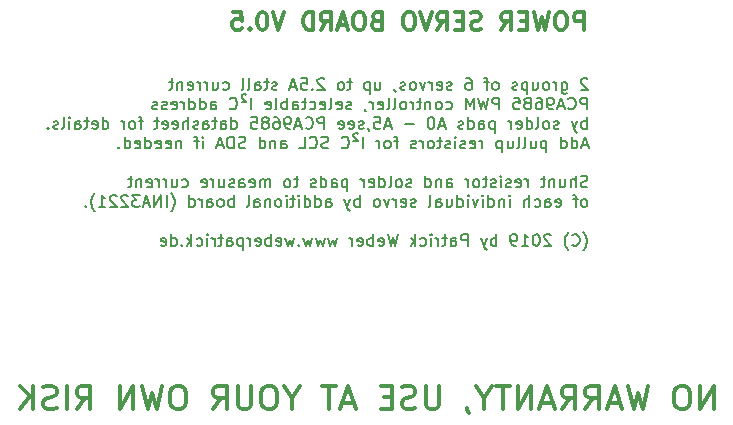
<source format=gbr>
G04 #@! TF.GenerationSoftware,KiCad,Pcbnew,(5.1.2)-2*
G04 #@! TF.CreationDate,2019-10-27T19:51:02+01:00*
G04 #@! TF.ProjectId,Servo_PCB,53657276-6f5f-4504-9342-2e6b69636164,rev?*
G04 #@! TF.SameCoordinates,Original*
G04 #@! TF.FileFunction,Legend,Bot*
G04 #@! TF.FilePolarity,Positive*
%FSLAX46Y46*%
G04 Gerber Fmt 4.6, Leading zero omitted, Abs format (unit mm)*
G04 Created by KiCad (PCBNEW (5.1.2)-2) date 2019-10-27 19:51:02*
%MOMM*%
%LPD*%
G04 APERTURE LIST*
%ADD10C,0.350000*%
%ADD11C,0.150000*%
G04 APERTURE END LIST*
D10*
X119327142Y-66798571D02*
X119327142Y-65298571D01*
X118755714Y-65298571D01*
X118612857Y-65370000D01*
X118541428Y-65441428D01*
X118470000Y-65584285D01*
X118470000Y-65798571D01*
X118541428Y-65941428D01*
X118612857Y-66012857D01*
X118755714Y-66084285D01*
X119327142Y-66084285D01*
X117541428Y-65298571D02*
X117255714Y-65298571D01*
X117112857Y-65370000D01*
X116970000Y-65512857D01*
X116898571Y-65798571D01*
X116898571Y-66298571D01*
X116970000Y-66584285D01*
X117112857Y-66727142D01*
X117255714Y-66798571D01*
X117541428Y-66798571D01*
X117684285Y-66727142D01*
X117827142Y-66584285D01*
X117898571Y-66298571D01*
X117898571Y-65798571D01*
X117827142Y-65512857D01*
X117684285Y-65370000D01*
X117541428Y-65298571D01*
X116398571Y-65298571D02*
X116041428Y-66798571D01*
X115755714Y-65727142D01*
X115470000Y-66798571D01*
X115112857Y-65298571D01*
X114541428Y-66012857D02*
X114041428Y-66012857D01*
X113827142Y-66798571D02*
X114541428Y-66798571D01*
X114541428Y-65298571D01*
X113827142Y-65298571D01*
X112327142Y-66798571D02*
X112827142Y-66084285D01*
X113184285Y-66798571D02*
X113184285Y-65298571D01*
X112612857Y-65298571D01*
X112470000Y-65370000D01*
X112398571Y-65441428D01*
X112327142Y-65584285D01*
X112327142Y-65798571D01*
X112398571Y-65941428D01*
X112470000Y-66012857D01*
X112612857Y-66084285D01*
X113184285Y-66084285D01*
X110612857Y-66727142D02*
X110398571Y-66798571D01*
X110041428Y-66798571D01*
X109898571Y-66727142D01*
X109827142Y-66655714D01*
X109755714Y-66512857D01*
X109755714Y-66370000D01*
X109827142Y-66227142D01*
X109898571Y-66155714D01*
X110041428Y-66084285D01*
X110327142Y-66012857D01*
X110470000Y-65941428D01*
X110541428Y-65870000D01*
X110612857Y-65727142D01*
X110612857Y-65584285D01*
X110541428Y-65441428D01*
X110470000Y-65370000D01*
X110327142Y-65298571D01*
X109970000Y-65298571D01*
X109755714Y-65370000D01*
X109112857Y-66012857D02*
X108612857Y-66012857D01*
X108398571Y-66798571D02*
X109112857Y-66798571D01*
X109112857Y-65298571D01*
X108398571Y-65298571D01*
X106898571Y-66798571D02*
X107398571Y-66084285D01*
X107755714Y-66798571D02*
X107755714Y-65298571D01*
X107184285Y-65298571D01*
X107041428Y-65370000D01*
X106970000Y-65441428D01*
X106898571Y-65584285D01*
X106898571Y-65798571D01*
X106970000Y-65941428D01*
X107041428Y-66012857D01*
X107184285Y-66084285D01*
X107755714Y-66084285D01*
X106470000Y-65298571D02*
X105970000Y-66798571D01*
X105470000Y-65298571D01*
X104684285Y-65298571D02*
X104398571Y-65298571D01*
X104255714Y-65370000D01*
X104112857Y-65512857D01*
X104041428Y-65798571D01*
X104041428Y-66298571D01*
X104112857Y-66584285D01*
X104255714Y-66727142D01*
X104398571Y-66798571D01*
X104684285Y-66798571D01*
X104827142Y-66727142D01*
X104970000Y-66584285D01*
X105041428Y-66298571D01*
X105041428Y-65798571D01*
X104970000Y-65512857D01*
X104827142Y-65370000D01*
X104684285Y-65298571D01*
X101755714Y-66012857D02*
X101541428Y-66084285D01*
X101470000Y-66155714D01*
X101398571Y-66298571D01*
X101398571Y-66512857D01*
X101470000Y-66655714D01*
X101541428Y-66727142D01*
X101684285Y-66798571D01*
X102255714Y-66798571D01*
X102255714Y-65298571D01*
X101755714Y-65298571D01*
X101612857Y-65370000D01*
X101541428Y-65441428D01*
X101470000Y-65584285D01*
X101470000Y-65727142D01*
X101541428Y-65870000D01*
X101612857Y-65941428D01*
X101755714Y-66012857D01*
X102255714Y-66012857D01*
X100470000Y-65298571D02*
X100184285Y-65298571D01*
X100041428Y-65370000D01*
X99898571Y-65512857D01*
X99827142Y-65798571D01*
X99827142Y-66298571D01*
X99898571Y-66584285D01*
X100041428Y-66727142D01*
X100184285Y-66798571D01*
X100470000Y-66798571D01*
X100612857Y-66727142D01*
X100755714Y-66584285D01*
X100827142Y-66298571D01*
X100827142Y-65798571D01*
X100755714Y-65512857D01*
X100612857Y-65370000D01*
X100470000Y-65298571D01*
X99255714Y-66370000D02*
X98541428Y-66370000D01*
X99398571Y-66798571D02*
X98898571Y-65298571D01*
X98398571Y-66798571D01*
X97041428Y-66798571D02*
X97541428Y-66084285D01*
X97898571Y-66798571D02*
X97898571Y-65298571D01*
X97327142Y-65298571D01*
X97184285Y-65370000D01*
X97112857Y-65441428D01*
X97041428Y-65584285D01*
X97041428Y-65798571D01*
X97112857Y-65941428D01*
X97184285Y-66012857D01*
X97327142Y-66084285D01*
X97898571Y-66084285D01*
X96398571Y-66798571D02*
X96398571Y-65298571D01*
X96041428Y-65298571D01*
X95827142Y-65370000D01*
X95684285Y-65512857D01*
X95612857Y-65655714D01*
X95541428Y-65941428D01*
X95541428Y-66155714D01*
X95612857Y-66441428D01*
X95684285Y-66584285D01*
X95827142Y-66727142D01*
X96041428Y-66798571D01*
X96398571Y-66798571D01*
X93970000Y-65298571D02*
X93470000Y-66798571D01*
X92970000Y-65298571D01*
X92184285Y-65298571D02*
X92041428Y-65298571D01*
X91898571Y-65370000D01*
X91827142Y-65441428D01*
X91755714Y-65584285D01*
X91684285Y-65870000D01*
X91684285Y-66227142D01*
X91755714Y-66512857D01*
X91827142Y-66655714D01*
X91898571Y-66727142D01*
X92041428Y-66798571D01*
X92184285Y-66798571D01*
X92327142Y-66727142D01*
X92398571Y-66655714D01*
X92470000Y-66512857D01*
X92541428Y-66227142D01*
X92541428Y-65870000D01*
X92470000Y-65584285D01*
X92398571Y-65441428D01*
X92327142Y-65370000D01*
X92184285Y-65298571D01*
X91041428Y-66655714D02*
X90970000Y-66727142D01*
X91041428Y-66798571D01*
X91112857Y-66727142D01*
X91041428Y-66655714D01*
X91041428Y-66798571D01*
X89612857Y-65298571D02*
X90327142Y-65298571D01*
X90398571Y-66012857D01*
X90327142Y-65941428D01*
X90184285Y-65870000D01*
X89827142Y-65870000D01*
X89684285Y-65941428D01*
X89612857Y-66012857D01*
X89541428Y-66155714D01*
X89541428Y-66512857D01*
X89612857Y-66655714D01*
X89684285Y-66727142D01*
X89827142Y-66798571D01*
X90184285Y-66798571D01*
X90327142Y-66727142D01*
X90398571Y-66655714D01*
X130313333Y-98934761D02*
X130313333Y-96934761D01*
X129170476Y-98934761D01*
X129170476Y-96934761D01*
X127837142Y-96934761D02*
X127456190Y-96934761D01*
X127265714Y-97030000D01*
X127075238Y-97220476D01*
X126980000Y-97601428D01*
X126980000Y-98268095D01*
X127075238Y-98649047D01*
X127265714Y-98839523D01*
X127456190Y-98934761D01*
X127837142Y-98934761D01*
X128027619Y-98839523D01*
X128218095Y-98649047D01*
X128313333Y-98268095D01*
X128313333Y-97601428D01*
X128218095Y-97220476D01*
X128027619Y-97030000D01*
X127837142Y-96934761D01*
X124789523Y-96934761D02*
X124313333Y-98934761D01*
X123932380Y-97506190D01*
X123551428Y-98934761D01*
X123075238Y-96934761D01*
X122408571Y-98363333D02*
X121456190Y-98363333D01*
X122599047Y-98934761D02*
X121932380Y-96934761D01*
X121265714Y-98934761D01*
X119456190Y-98934761D02*
X120122857Y-97982380D01*
X120599047Y-98934761D02*
X120599047Y-96934761D01*
X119837142Y-96934761D01*
X119646666Y-97030000D01*
X119551428Y-97125238D01*
X119456190Y-97315714D01*
X119456190Y-97601428D01*
X119551428Y-97791904D01*
X119646666Y-97887142D01*
X119837142Y-97982380D01*
X120599047Y-97982380D01*
X117456190Y-98934761D02*
X118122857Y-97982380D01*
X118599047Y-98934761D02*
X118599047Y-96934761D01*
X117837142Y-96934761D01*
X117646666Y-97030000D01*
X117551428Y-97125238D01*
X117456190Y-97315714D01*
X117456190Y-97601428D01*
X117551428Y-97791904D01*
X117646666Y-97887142D01*
X117837142Y-97982380D01*
X118599047Y-97982380D01*
X116694285Y-98363333D02*
X115741904Y-98363333D01*
X116884761Y-98934761D02*
X116218095Y-96934761D01*
X115551428Y-98934761D01*
X114884761Y-98934761D02*
X114884761Y-96934761D01*
X113741904Y-98934761D01*
X113741904Y-96934761D01*
X113075238Y-96934761D02*
X111932380Y-96934761D01*
X112503809Y-98934761D02*
X112503809Y-96934761D01*
X110884761Y-97982380D02*
X110884761Y-98934761D01*
X111551428Y-96934761D02*
X110884761Y-97982380D01*
X110218095Y-96934761D01*
X109456190Y-98839523D02*
X109456190Y-98934761D01*
X109551428Y-99125238D01*
X109646666Y-99220476D01*
X107075238Y-96934761D02*
X107075238Y-98553809D01*
X106980000Y-98744285D01*
X106884761Y-98839523D01*
X106694285Y-98934761D01*
X106313333Y-98934761D01*
X106122857Y-98839523D01*
X106027619Y-98744285D01*
X105932380Y-98553809D01*
X105932380Y-96934761D01*
X105075238Y-98839523D02*
X104789523Y-98934761D01*
X104313333Y-98934761D01*
X104122857Y-98839523D01*
X104027619Y-98744285D01*
X103932380Y-98553809D01*
X103932380Y-98363333D01*
X104027619Y-98172857D01*
X104122857Y-98077619D01*
X104313333Y-97982380D01*
X104694285Y-97887142D01*
X104884761Y-97791904D01*
X104980000Y-97696666D01*
X105075238Y-97506190D01*
X105075238Y-97315714D01*
X104980000Y-97125238D01*
X104884761Y-97030000D01*
X104694285Y-96934761D01*
X104218095Y-96934761D01*
X103932380Y-97030000D01*
X103075238Y-97887142D02*
X102408571Y-97887142D01*
X102122857Y-98934761D02*
X103075238Y-98934761D01*
X103075238Y-96934761D01*
X102122857Y-96934761D01*
X99837142Y-98363333D02*
X98884761Y-98363333D01*
X100027619Y-98934761D02*
X99360952Y-96934761D01*
X98694285Y-98934761D01*
X98313333Y-96934761D02*
X97170476Y-96934761D01*
X97741904Y-98934761D02*
X97741904Y-96934761D01*
X94599047Y-97982380D02*
X94599047Y-98934761D01*
X95265714Y-96934761D02*
X94599047Y-97982380D01*
X93932380Y-96934761D01*
X92884761Y-96934761D02*
X92503809Y-96934761D01*
X92313333Y-97030000D01*
X92122857Y-97220476D01*
X92027619Y-97601428D01*
X92027619Y-98268095D01*
X92122857Y-98649047D01*
X92313333Y-98839523D01*
X92503809Y-98934761D01*
X92884761Y-98934761D01*
X93075238Y-98839523D01*
X93265714Y-98649047D01*
X93360952Y-98268095D01*
X93360952Y-97601428D01*
X93265714Y-97220476D01*
X93075238Y-97030000D01*
X92884761Y-96934761D01*
X91170476Y-96934761D02*
X91170476Y-98553809D01*
X91075238Y-98744285D01*
X90980000Y-98839523D01*
X90789523Y-98934761D01*
X90408571Y-98934761D01*
X90218095Y-98839523D01*
X90122857Y-98744285D01*
X90027619Y-98553809D01*
X90027619Y-96934761D01*
X87932380Y-98934761D02*
X88599047Y-97982380D01*
X89075238Y-98934761D02*
X89075238Y-96934761D01*
X88313333Y-96934761D01*
X88122857Y-97030000D01*
X88027619Y-97125238D01*
X87932380Y-97315714D01*
X87932380Y-97601428D01*
X88027619Y-97791904D01*
X88122857Y-97887142D01*
X88313333Y-97982380D01*
X89075238Y-97982380D01*
X85170476Y-96934761D02*
X84789523Y-96934761D01*
X84599047Y-97030000D01*
X84408571Y-97220476D01*
X84313333Y-97601428D01*
X84313333Y-98268095D01*
X84408571Y-98649047D01*
X84599047Y-98839523D01*
X84789523Y-98934761D01*
X85170476Y-98934761D01*
X85360952Y-98839523D01*
X85551428Y-98649047D01*
X85646666Y-98268095D01*
X85646666Y-97601428D01*
X85551428Y-97220476D01*
X85360952Y-97030000D01*
X85170476Y-96934761D01*
X83646666Y-96934761D02*
X83170476Y-98934761D01*
X82789523Y-97506190D01*
X82408571Y-98934761D01*
X81932380Y-96934761D01*
X81170476Y-98934761D02*
X81170476Y-96934761D01*
X80027619Y-98934761D01*
X80027619Y-96934761D01*
X76408571Y-98934761D02*
X77075238Y-97982380D01*
X77551428Y-98934761D02*
X77551428Y-96934761D01*
X76789523Y-96934761D01*
X76599047Y-97030000D01*
X76503809Y-97125238D01*
X76408571Y-97315714D01*
X76408571Y-97601428D01*
X76503809Y-97791904D01*
X76599047Y-97887142D01*
X76789523Y-97982380D01*
X77551428Y-97982380D01*
X75551428Y-98934761D02*
X75551428Y-96934761D01*
X74694285Y-98839523D02*
X74408571Y-98934761D01*
X73932380Y-98934761D01*
X73741904Y-98839523D01*
X73646666Y-98744285D01*
X73551428Y-98553809D01*
X73551428Y-98363333D01*
X73646666Y-98172857D01*
X73741904Y-98077619D01*
X73932380Y-97982380D01*
X74313333Y-97887142D01*
X74503809Y-97791904D01*
X74599047Y-97696666D01*
X74694285Y-97506190D01*
X74694285Y-97315714D01*
X74599047Y-97125238D01*
X74503809Y-97030000D01*
X74313333Y-96934761D01*
X73837142Y-96934761D01*
X73551428Y-97030000D01*
X72694285Y-98934761D02*
X72694285Y-96934761D01*
X71551428Y-98934761D02*
X72408571Y-97791904D01*
X71551428Y-96934761D02*
X72694285Y-98077619D01*
D11*
X119632023Y-70977619D02*
X119584404Y-70930000D01*
X119489166Y-70882380D01*
X119251071Y-70882380D01*
X119155833Y-70930000D01*
X119108214Y-70977619D01*
X119060595Y-71072857D01*
X119060595Y-71168095D01*
X119108214Y-71310952D01*
X119679642Y-71882380D01*
X119060595Y-71882380D01*
X117441547Y-71215714D02*
X117441547Y-72025238D01*
X117489166Y-72120476D01*
X117536785Y-72168095D01*
X117632023Y-72215714D01*
X117774880Y-72215714D01*
X117870119Y-72168095D01*
X117441547Y-71834761D02*
X117536785Y-71882380D01*
X117727261Y-71882380D01*
X117822500Y-71834761D01*
X117870119Y-71787142D01*
X117917738Y-71691904D01*
X117917738Y-71406190D01*
X117870119Y-71310952D01*
X117822500Y-71263333D01*
X117727261Y-71215714D01*
X117536785Y-71215714D01*
X117441547Y-71263333D01*
X116965357Y-71882380D02*
X116965357Y-71215714D01*
X116965357Y-71406190D02*
X116917738Y-71310952D01*
X116870119Y-71263333D01*
X116774880Y-71215714D01*
X116679642Y-71215714D01*
X116203452Y-71882380D02*
X116298690Y-71834761D01*
X116346309Y-71787142D01*
X116393928Y-71691904D01*
X116393928Y-71406190D01*
X116346309Y-71310952D01*
X116298690Y-71263333D01*
X116203452Y-71215714D01*
X116060595Y-71215714D01*
X115965357Y-71263333D01*
X115917738Y-71310952D01*
X115870119Y-71406190D01*
X115870119Y-71691904D01*
X115917738Y-71787142D01*
X115965357Y-71834761D01*
X116060595Y-71882380D01*
X116203452Y-71882380D01*
X115012976Y-71215714D02*
X115012976Y-71882380D01*
X115441547Y-71215714D02*
X115441547Y-71739523D01*
X115393928Y-71834761D01*
X115298690Y-71882380D01*
X115155833Y-71882380D01*
X115060595Y-71834761D01*
X115012976Y-71787142D01*
X114536785Y-71215714D02*
X114536785Y-72215714D01*
X114536785Y-71263333D02*
X114441547Y-71215714D01*
X114251071Y-71215714D01*
X114155833Y-71263333D01*
X114108214Y-71310952D01*
X114060595Y-71406190D01*
X114060595Y-71691904D01*
X114108214Y-71787142D01*
X114155833Y-71834761D01*
X114251071Y-71882380D01*
X114441547Y-71882380D01*
X114536785Y-71834761D01*
X113679642Y-71834761D02*
X113584404Y-71882380D01*
X113393928Y-71882380D01*
X113298690Y-71834761D01*
X113251071Y-71739523D01*
X113251071Y-71691904D01*
X113298690Y-71596666D01*
X113393928Y-71549047D01*
X113536785Y-71549047D01*
X113632023Y-71501428D01*
X113679642Y-71406190D01*
X113679642Y-71358571D01*
X113632023Y-71263333D01*
X113536785Y-71215714D01*
X113393928Y-71215714D01*
X113298690Y-71263333D01*
X111917738Y-71882380D02*
X112012976Y-71834761D01*
X112060595Y-71787142D01*
X112108214Y-71691904D01*
X112108214Y-71406190D01*
X112060595Y-71310952D01*
X112012976Y-71263333D01*
X111917738Y-71215714D01*
X111774880Y-71215714D01*
X111679642Y-71263333D01*
X111632023Y-71310952D01*
X111584404Y-71406190D01*
X111584404Y-71691904D01*
X111632023Y-71787142D01*
X111679642Y-71834761D01*
X111774880Y-71882380D01*
X111917738Y-71882380D01*
X111298690Y-71215714D02*
X110917738Y-71215714D01*
X111155833Y-71882380D02*
X111155833Y-71025238D01*
X111108214Y-70930000D01*
X111012976Y-70882380D01*
X110917738Y-70882380D01*
X109393928Y-70882380D02*
X109584404Y-70882380D01*
X109679642Y-70930000D01*
X109727261Y-70977619D01*
X109822500Y-71120476D01*
X109870119Y-71310952D01*
X109870119Y-71691904D01*
X109822500Y-71787142D01*
X109774880Y-71834761D01*
X109679642Y-71882380D01*
X109489166Y-71882380D01*
X109393928Y-71834761D01*
X109346309Y-71787142D01*
X109298690Y-71691904D01*
X109298690Y-71453809D01*
X109346309Y-71358571D01*
X109393928Y-71310952D01*
X109489166Y-71263333D01*
X109679642Y-71263333D01*
X109774880Y-71310952D01*
X109822500Y-71358571D01*
X109870119Y-71453809D01*
X108155833Y-71834761D02*
X108060595Y-71882380D01*
X107870119Y-71882380D01*
X107774880Y-71834761D01*
X107727261Y-71739523D01*
X107727261Y-71691904D01*
X107774880Y-71596666D01*
X107870119Y-71549047D01*
X108012976Y-71549047D01*
X108108214Y-71501428D01*
X108155833Y-71406190D01*
X108155833Y-71358571D01*
X108108214Y-71263333D01*
X108012976Y-71215714D01*
X107870119Y-71215714D01*
X107774880Y-71263333D01*
X106917738Y-71834761D02*
X107012976Y-71882380D01*
X107203452Y-71882380D01*
X107298690Y-71834761D01*
X107346309Y-71739523D01*
X107346309Y-71358571D01*
X107298690Y-71263333D01*
X107203452Y-71215714D01*
X107012976Y-71215714D01*
X106917738Y-71263333D01*
X106870119Y-71358571D01*
X106870119Y-71453809D01*
X107346309Y-71549047D01*
X106441547Y-71882380D02*
X106441547Y-71215714D01*
X106441547Y-71406190D02*
X106393928Y-71310952D01*
X106346309Y-71263333D01*
X106251071Y-71215714D01*
X106155833Y-71215714D01*
X105917738Y-71215714D02*
X105679642Y-71882380D01*
X105441547Y-71215714D01*
X104917738Y-71882380D02*
X105012976Y-71834761D01*
X105060595Y-71787142D01*
X105108214Y-71691904D01*
X105108214Y-71406190D01*
X105060595Y-71310952D01*
X105012976Y-71263333D01*
X104917738Y-71215714D01*
X104774880Y-71215714D01*
X104679642Y-71263333D01*
X104632023Y-71310952D01*
X104584404Y-71406190D01*
X104584404Y-71691904D01*
X104632023Y-71787142D01*
X104679642Y-71834761D01*
X104774880Y-71882380D01*
X104917738Y-71882380D01*
X104203452Y-71834761D02*
X104108214Y-71882380D01*
X103917738Y-71882380D01*
X103822500Y-71834761D01*
X103774880Y-71739523D01*
X103774880Y-71691904D01*
X103822500Y-71596666D01*
X103917738Y-71549047D01*
X104060595Y-71549047D01*
X104155833Y-71501428D01*
X104203452Y-71406190D01*
X104203452Y-71358571D01*
X104155833Y-71263333D01*
X104060595Y-71215714D01*
X103917738Y-71215714D01*
X103822500Y-71263333D01*
X103298690Y-71834761D02*
X103298690Y-71882380D01*
X103346309Y-71977619D01*
X103393928Y-72025238D01*
X101679642Y-71215714D02*
X101679642Y-71882380D01*
X102108214Y-71215714D02*
X102108214Y-71739523D01*
X102060595Y-71834761D01*
X101965357Y-71882380D01*
X101822500Y-71882380D01*
X101727261Y-71834761D01*
X101679642Y-71787142D01*
X101203452Y-71215714D02*
X101203452Y-72215714D01*
X101203452Y-71263333D02*
X101108214Y-71215714D01*
X100917738Y-71215714D01*
X100822500Y-71263333D01*
X100774880Y-71310952D01*
X100727261Y-71406190D01*
X100727261Y-71691904D01*
X100774880Y-71787142D01*
X100822500Y-71834761D01*
X100917738Y-71882380D01*
X101108214Y-71882380D01*
X101203452Y-71834761D01*
X99679642Y-71215714D02*
X99298690Y-71215714D01*
X99536785Y-70882380D02*
X99536785Y-71739523D01*
X99489166Y-71834761D01*
X99393928Y-71882380D01*
X99298690Y-71882380D01*
X98822500Y-71882380D02*
X98917738Y-71834761D01*
X98965357Y-71787142D01*
X99012976Y-71691904D01*
X99012976Y-71406190D01*
X98965357Y-71310952D01*
X98917738Y-71263333D01*
X98822500Y-71215714D01*
X98679642Y-71215714D01*
X98584404Y-71263333D01*
X98536785Y-71310952D01*
X98489166Y-71406190D01*
X98489166Y-71691904D01*
X98536785Y-71787142D01*
X98584404Y-71834761D01*
X98679642Y-71882380D01*
X98822500Y-71882380D01*
X97346309Y-70977619D02*
X97298690Y-70930000D01*
X97203452Y-70882380D01*
X96965357Y-70882380D01*
X96870119Y-70930000D01*
X96822500Y-70977619D01*
X96774880Y-71072857D01*
X96774880Y-71168095D01*
X96822500Y-71310952D01*
X97393928Y-71882380D01*
X96774880Y-71882380D01*
X96346309Y-71787142D02*
X96298690Y-71834761D01*
X96346309Y-71882380D01*
X96393928Y-71834761D01*
X96346309Y-71787142D01*
X96346309Y-71882380D01*
X95393928Y-70882380D02*
X95870119Y-70882380D01*
X95917738Y-71358571D01*
X95870119Y-71310952D01*
X95774880Y-71263333D01*
X95536785Y-71263333D01*
X95441547Y-71310952D01*
X95393928Y-71358571D01*
X95346309Y-71453809D01*
X95346309Y-71691904D01*
X95393928Y-71787142D01*
X95441547Y-71834761D01*
X95536785Y-71882380D01*
X95774880Y-71882380D01*
X95870119Y-71834761D01*
X95917738Y-71787142D01*
X94965357Y-71596666D02*
X94489166Y-71596666D01*
X95060595Y-71882380D02*
X94727261Y-70882380D01*
X94393928Y-71882380D01*
X93346309Y-71834761D02*
X93251071Y-71882380D01*
X93060595Y-71882380D01*
X92965357Y-71834761D01*
X92917738Y-71739523D01*
X92917738Y-71691904D01*
X92965357Y-71596666D01*
X93060595Y-71549047D01*
X93203452Y-71549047D01*
X93298690Y-71501428D01*
X93346309Y-71406190D01*
X93346309Y-71358571D01*
X93298690Y-71263333D01*
X93203452Y-71215714D01*
X93060595Y-71215714D01*
X92965357Y-71263333D01*
X92632023Y-71215714D02*
X92251071Y-71215714D01*
X92489166Y-70882380D02*
X92489166Y-71739523D01*
X92441547Y-71834761D01*
X92346309Y-71882380D01*
X92251071Y-71882380D01*
X91489166Y-71882380D02*
X91489166Y-71358571D01*
X91536785Y-71263333D01*
X91632023Y-71215714D01*
X91822500Y-71215714D01*
X91917738Y-71263333D01*
X91489166Y-71834761D02*
X91584404Y-71882380D01*
X91822500Y-71882380D01*
X91917738Y-71834761D01*
X91965357Y-71739523D01*
X91965357Y-71644285D01*
X91917738Y-71549047D01*
X91822500Y-71501428D01*
X91584404Y-71501428D01*
X91489166Y-71453809D01*
X90870119Y-71882380D02*
X90965357Y-71834761D01*
X91012976Y-71739523D01*
X91012976Y-70882380D01*
X90346309Y-71882380D02*
X90441547Y-71834761D01*
X90489166Y-71739523D01*
X90489166Y-70882380D01*
X88774880Y-71834761D02*
X88870119Y-71882380D01*
X89060595Y-71882380D01*
X89155833Y-71834761D01*
X89203452Y-71787142D01*
X89251071Y-71691904D01*
X89251071Y-71406190D01*
X89203452Y-71310952D01*
X89155833Y-71263333D01*
X89060595Y-71215714D01*
X88870119Y-71215714D01*
X88774880Y-71263333D01*
X87917738Y-71215714D02*
X87917738Y-71882380D01*
X88346309Y-71215714D02*
X88346309Y-71739523D01*
X88298690Y-71834761D01*
X88203452Y-71882380D01*
X88060595Y-71882380D01*
X87965357Y-71834761D01*
X87917738Y-71787142D01*
X87441547Y-71882380D02*
X87441547Y-71215714D01*
X87441547Y-71406190D02*
X87393928Y-71310952D01*
X87346309Y-71263333D01*
X87251071Y-71215714D01*
X87155833Y-71215714D01*
X86822500Y-71882380D02*
X86822500Y-71215714D01*
X86822500Y-71406190D02*
X86774880Y-71310952D01*
X86727261Y-71263333D01*
X86632023Y-71215714D01*
X86536785Y-71215714D01*
X85822500Y-71834761D02*
X85917738Y-71882380D01*
X86108214Y-71882380D01*
X86203452Y-71834761D01*
X86251071Y-71739523D01*
X86251071Y-71358571D01*
X86203452Y-71263333D01*
X86108214Y-71215714D01*
X85917738Y-71215714D01*
X85822500Y-71263333D01*
X85774880Y-71358571D01*
X85774880Y-71453809D01*
X86251071Y-71549047D01*
X85346309Y-71215714D02*
X85346309Y-71882380D01*
X85346309Y-71310952D02*
X85298690Y-71263333D01*
X85203452Y-71215714D01*
X85060595Y-71215714D01*
X84965357Y-71263333D01*
X84917738Y-71358571D01*
X84917738Y-71882380D01*
X84584404Y-71215714D02*
X84203452Y-71215714D01*
X84441547Y-70882380D02*
X84441547Y-71739523D01*
X84393928Y-71834761D01*
X84298690Y-71882380D01*
X84203452Y-71882380D01*
X119584404Y-73532380D02*
X119584404Y-72532380D01*
X119203452Y-72532380D01*
X119108214Y-72580000D01*
X119060595Y-72627619D01*
X119012976Y-72722857D01*
X119012976Y-72865714D01*
X119060595Y-72960952D01*
X119108214Y-73008571D01*
X119203452Y-73056190D01*
X119584404Y-73056190D01*
X118012976Y-73437142D02*
X118060595Y-73484761D01*
X118203452Y-73532380D01*
X118298690Y-73532380D01*
X118441547Y-73484761D01*
X118536785Y-73389523D01*
X118584404Y-73294285D01*
X118632023Y-73103809D01*
X118632023Y-72960952D01*
X118584404Y-72770476D01*
X118536785Y-72675238D01*
X118441547Y-72580000D01*
X118298690Y-72532380D01*
X118203452Y-72532380D01*
X118060595Y-72580000D01*
X118012976Y-72627619D01*
X117632023Y-73246666D02*
X117155833Y-73246666D01*
X117727261Y-73532380D02*
X117393928Y-72532380D01*
X117060595Y-73532380D01*
X116679642Y-73532380D02*
X116489166Y-73532380D01*
X116393928Y-73484761D01*
X116346309Y-73437142D01*
X116251071Y-73294285D01*
X116203452Y-73103809D01*
X116203452Y-72722857D01*
X116251071Y-72627619D01*
X116298690Y-72580000D01*
X116393928Y-72532380D01*
X116584404Y-72532380D01*
X116679642Y-72580000D01*
X116727261Y-72627619D01*
X116774880Y-72722857D01*
X116774880Y-72960952D01*
X116727261Y-73056190D01*
X116679642Y-73103809D01*
X116584404Y-73151428D01*
X116393928Y-73151428D01*
X116298690Y-73103809D01*
X116251071Y-73056190D01*
X116203452Y-72960952D01*
X115346309Y-72532380D02*
X115536785Y-72532380D01*
X115632023Y-72580000D01*
X115679642Y-72627619D01*
X115774880Y-72770476D01*
X115822500Y-72960952D01*
X115822500Y-73341904D01*
X115774880Y-73437142D01*
X115727261Y-73484761D01*
X115632023Y-73532380D01*
X115441547Y-73532380D01*
X115346309Y-73484761D01*
X115298690Y-73437142D01*
X115251071Y-73341904D01*
X115251071Y-73103809D01*
X115298690Y-73008571D01*
X115346309Y-72960952D01*
X115441547Y-72913333D01*
X115632023Y-72913333D01*
X115727261Y-72960952D01*
X115774880Y-73008571D01*
X115822500Y-73103809D01*
X114679642Y-72960952D02*
X114774880Y-72913333D01*
X114822500Y-72865714D01*
X114870119Y-72770476D01*
X114870119Y-72722857D01*
X114822500Y-72627619D01*
X114774880Y-72580000D01*
X114679642Y-72532380D01*
X114489166Y-72532380D01*
X114393928Y-72580000D01*
X114346309Y-72627619D01*
X114298690Y-72722857D01*
X114298690Y-72770476D01*
X114346309Y-72865714D01*
X114393928Y-72913333D01*
X114489166Y-72960952D01*
X114679642Y-72960952D01*
X114774880Y-73008571D01*
X114822500Y-73056190D01*
X114870119Y-73151428D01*
X114870119Y-73341904D01*
X114822500Y-73437142D01*
X114774880Y-73484761D01*
X114679642Y-73532380D01*
X114489166Y-73532380D01*
X114393928Y-73484761D01*
X114346309Y-73437142D01*
X114298690Y-73341904D01*
X114298690Y-73151428D01*
X114346309Y-73056190D01*
X114393928Y-73008571D01*
X114489166Y-72960952D01*
X113393928Y-72532380D02*
X113870119Y-72532380D01*
X113917738Y-73008571D01*
X113870119Y-72960952D01*
X113774880Y-72913333D01*
X113536785Y-72913333D01*
X113441547Y-72960952D01*
X113393928Y-73008571D01*
X113346309Y-73103809D01*
X113346309Y-73341904D01*
X113393928Y-73437142D01*
X113441547Y-73484761D01*
X113536785Y-73532380D01*
X113774880Y-73532380D01*
X113870119Y-73484761D01*
X113917738Y-73437142D01*
X112155833Y-73532380D02*
X112155833Y-72532380D01*
X111774880Y-72532380D01*
X111679642Y-72580000D01*
X111632023Y-72627619D01*
X111584404Y-72722857D01*
X111584404Y-72865714D01*
X111632023Y-72960952D01*
X111679642Y-73008571D01*
X111774880Y-73056190D01*
X112155833Y-73056190D01*
X111251071Y-72532380D02*
X111012976Y-73532380D01*
X110822500Y-72818095D01*
X110632023Y-73532380D01*
X110393928Y-72532380D01*
X110012976Y-73532380D02*
X110012976Y-72532380D01*
X109679642Y-73246666D01*
X109346309Y-72532380D01*
X109346309Y-73532380D01*
X107679642Y-73484761D02*
X107774880Y-73532380D01*
X107965357Y-73532380D01*
X108060595Y-73484761D01*
X108108214Y-73437142D01*
X108155833Y-73341904D01*
X108155833Y-73056190D01*
X108108214Y-72960952D01*
X108060595Y-72913333D01*
X107965357Y-72865714D01*
X107774880Y-72865714D01*
X107679642Y-72913333D01*
X107108214Y-73532380D02*
X107203452Y-73484761D01*
X107251071Y-73437142D01*
X107298690Y-73341904D01*
X107298690Y-73056190D01*
X107251071Y-72960952D01*
X107203452Y-72913333D01*
X107108214Y-72865714D01*
X106965357Y-72865714D01*
X106870119Y-72913333D01*
X106822500Y-72960952D01*
X106774880Y-73056190D01*
X106774880Y-73341904D01*
X106822500Y-73437142D01*
X106870119Y-73484761D01*
X106965357Y-73532380D01*
X107108214Y-73532380D01*
X106346309Y-72865714D02*
X106346309Y-73532380D01*
X106346309Y-72960952D02*
X106298690Y-72913333D01*
X106203452Y-72865714D01*
X106060595Y-72865714D01*
X105965357Y-72913333D01*
X105917738Y-73008571D01*
X105917738Y-73532380D01*
X105584404Y-72865714D02*
X105203452Y-72865714D01*
X105441547Y-72532380D02*
X105441547Y-73389523D01*
X105393928Y-73484761D01*
X105298690Y-73532380D01*
X105203452Y-73532380D01*
X104870119Y-73532380D02*
X104870119Y-72865714D01*
X104870119Y-73056190D02*
X104822500Y-72960952D01*
X104774880Y-72913333D01*
X104679642Y-72865714D01*
X104584404Y-72865714D01*
X104108214Y-73532380D02*
X104203452Y-73484761D01*
X104251071Y-73437142D01*
X104298690Y-73341904D01*
X104298690Y-73056190D01*
X104251071Y-72960952D01*
X104203452Y-72913333D01*
X104108214Y-72865714D01*
X103965357Y-72865714D01*
X103870119Y-72913333D01*
X103822500Y-72960952D01*
X103774880Y-73056190D01*
X103774880Y-73341904D01*
X103822500Y-73437142D01*
X103870119Y-73484761D01*
X103965357Y-73532380D01*
X104108214Y-73532380D01*
X103203452Y-73532380D02*
X103298690Y-73484761D01*
X103346309Y-73389523D01*
X103346309Y-72532380D01*
X102679642Y-73532380D02*
X102774880Y-73484761D01*
X102822500Y-73389523D01*
X102822500Y-72532380D01*
X101917738Y-73484761D02*
X102012976Y-73532380D01*
X102203452Y-73532380D01*
X102298690Y-73484761D01*
X102346309Y-73389523D01*
X102346309Y-73008571D01*
X102298690Y-72913333D01*
X102203452Y-72865714D01*
X102012976Y-72865714D01*
X101917738Y-72913333D01*
X101870119Y-73008571D01*
X101870119Y-73103809D01*
X102346309Y-73199047D01*
X101441547Y-73532380D02*
X101441547Y-72865714D01*
X101441547Y-73056190D02*
X101393928Y-72960952D01*
X101346309Y-72913333D01*
X101251071Y-72865714D01*
X101155833Y-72865714D01*
X100774880Y-73484761D02*
X100774880Y-73532380D01*
X100822500Y-73627619D01*
X100870119Y-73675238D01*
X99632023Y-73484761D02*
X99536785Y-73532380D01*
X99346309Y-73532380D01*
X99251071Y-73484761D01*
X99203452Y-73389523D01*
X99203452Y-73341904D01*
X99251071Y-73246666D01*
X99346309Y-73199047D01*
X99489166Y-73199047D01*
X99584404Y-73151428D01*
X99632023Y-73056190D01*
X99632023Y-73008571D01*
X99584404Y-72913333D01*
X99489166Y-72865714D01*
X99346309Y-72865714D01*
X99251071Y-72913333D01*
X98393928Y-73484761D02*
X98489166Y-73532380D01*
X98679642Y-73532380D01*
X98774880Y-73484761D01*
X98822500Y-73389523D01*
X98822500Y-73008571D01*
X98774880Y-72913333D01*
X98679642Y-72865714D01*
X98489166Y-72865714D01*
X98393928Y-72913333D01*
X98346309Y-73008571D01*
X98346309Y-73103809D01*
X98822500Y-73199047D01*
X97774880Y-73532380D02*
X97870119Y-73484761D01*
X97917738Y-73389523D01*
X97917738Y-72532380D01*
X97012976Y-73484761D02*
X97108214Y-73532380D01*
X97298690Y-73532380D01*
X97393928Y-73484761D01*
X97441547Y-73389523D01*
X97441547Y-73008571D01*
X97393928Y-72913333D01*
X97298690Y-72865714D01*
X97108214Y-72865714D01*
X97012976Y-72913333D01*
X96965357Y-73008571D01*
X96965357Y-73103809D01*
X97441547Y-73199047D01*
X96108214Y-73484761D02*
X96203452Y-73532380D01*
X96393928Y-73532380D01*
X96489166Y-73484761D01*
X96536785Y-73437142D01*
X96584404Y-73341904D01*
X96584404Y-73056190D01*
X96536785Y-72960952D01*
X96489166Y-72913333D01*
X96393928Y-72865714D01*
X96203452Y-72865714D01*
X96108214Y-72913333D01*
X95822500Y-72865714D02*
X95441547Y-72865714D01*
X95679642Y-72532380D02*
X95679642Y-73389523D01*
X95632023Y-73484761D01*
X95536785Y-73532380D01*
X95441547Y-73532380D01*
X94679642Y-73532380D02*
X94679642Y-73008571D01*
X94727261Y-72913333D01*
X94822500Y-72865714D01*
X95012976Y-72865714D01*
X95108214Y-72913333D01*
X94679642Y-73484761D02*
X94774880Y-73532380D01*
X95012976Y-73532380D01*
X95108214Y-73484761D01*
X95155833Y-73389523D01*
X95155833Y-73294285D01*
X95108214Y-73199047D01*
X95012976Y-73151428D01*
X94774880Y-73151428D01*
X94679642Y-73103809D01*
X94203452Y-73532380D02*
X94203452Y-72532380D01*
X94203452Y-72913333D02*
X94108214Y-72865714D01*
X93917738Y-72865714D01*
X93822500Y-72913333D01*
X93774880Y-72960952D01*
X93727261Y-73056190D01*
X93727261Y-73341904D01*
X93774880Y-73437142D01*
X93822500Y-73484761D01*
X93917738Y-73532380D01*
X94108214Y-73532380D01*
X94203452Y-73484761D01*
X93155833Y-73532380D02*
X93251071Y-73484761D01*
X93298690Y-73389523D01*
X93298690Y-72532380D01*
X92393928Y-73484761D02*
X92489166Y-73532380D01*
X92679642Y-73532380D01*
X92774880Y-73484761D01*
X92822500Y-73389523D01*
X92822500Y-73008571D01*
X92774880Y-72913333D01*
X92679642Y-72865714D01*
X92489166Y-72865714D01*
X92393928Y-72913333D01*
X92346309Y-73008571D01*
X92346309Y-73103809D01*
X92822500Y-73199047D01*
X91155833Y-73532380D02*
X91155833Y-72532380D01*
X90727261Y-72294285D02*
X90632023Y-72246666D01*
X90489166Y-72246666D01*
X90393928Y-72294285D01*
X90346309Y-72389523D01*
X90346309Y-72484761D01*
X90393928Y-72580000D01*
X90727261Y-72913333D01*
X90346309Y-72913333D01*
X89346309Y-73437142D02*
X89393928Y-73484761D01*
X89536785Y-73532380D01*
X89632023Y-73532380D01*
X89774880Y-73484761D01*
X89870119Y-73389523D01*
X89917738Y-73294285D01*
X89965357Y-73103809D01*
X89965357Y-72960952D01*
X89917738Y-72770476D01*
X89870119Y-72675238D01*
X89774880Y-72580000D01*
X89632023Y-72532380D01*
X89536785Y-72532380D01*
X89393928Y-72580000D01*
X89346309Y-72627619D01*
X87727261Y-73532380D02*
X87727261Y-73008571D01*
X87774880Y-72913333D01*
X87870119Y-72865714D01*
X88060595Y-72865714D01*
X88155833Y-72913333D01*
X87727261Y-73484761D02*
X87822500Y-73532380D01*
X88060595Y-73532380D01*
X88155833Y-73484761D01*
X88203452Y-73389523D01*
X88203452Y-73294285D01*
X88155833Y-73199047D01*
X88060595Y-73151428D01*
X87822500Y-73151428D01*
X87727261Y-73103809D01*
X86822500Y-73532380D02*
X86822500Y-72532380D01*
X86822500Y-73484761D02*
X86917738Y-73532380D01*
X87108214Y-73532380D01*
X87203452Y-73484761D01*
X87251071Y-73437142D01*
X87298690Y-73341904D01*
X87298690Y-73056190D01*
X87251071Y-72960952D01*
X87203452Y-72913333D01*
X87108214Y-72865714D01*
X86917738Y-72865714D01*
X86822500Y-72913333D01*
X85917738Y-73532380D02*
X85917738Y-72532380D01*
X85917738Y-73484761D02*
X86012976Y-73532380D01*
X86203452Y-73532380D01*
X86298690Y-73484761D01*
X86346309Y-73437142D01*
X86393928Y-73341904D01*
X86393928Y-73056190D01*
X86346309Y-72960952D01*
X86298690Y-72913333D01*
X86203452Y-72865714D01*
X86012976Y-72865714D01*
X85917738Y-72913333D01*
X85441547Y-73532380D02*
X85441547Y-72865714D01*
X85441547Y-73056190D02*
X85393928Y-72960952D01*
X85346309Y-72913333D01*
X85251071Y-72865714D01*
X85155833Y-72865714D01*
X84441547Y-73484761D02*
X84536785Y-73532380D01*
X84727261Y-73532380D01*
X84822500Y-73484761D01*
X84870119Y-73389523D01*
X84870119Y-73008571D01*
X84822500Y-72913333D01*
X84727261Y-72865714D01*
X84536785Y-72865714D01*
X84441547Y-72913333D01*
X84393928Y-73008571D01*
X84393928Y-73103809D01*
X84870119Y-73199047D01*
X84012976Y-73484761D02*
X83917738Y-73532380D01*
X83727261Y-73532380D01*
X83632023Y-73484761D01*
X83584404Y-73389523D01*
X83584404Y-73341904D01*
X83632023Y-73246666D01*
X83727261Y-73199047D01*
X83870119Y-73199047D01*
X83965357Y-73151428D01*
X84012976Y-73056190D01*
X84012976Y-73008571D01*
X83965357Y-72913333D01*
X83870119Y-72865714D01*
X83727261Y-72865714D01*
X83632023Y-72913333D01*
X83203452Y-73484761D02*
X83108214Y-73532380D01*
X82917738Y-73532380D01*
X82822500Y-73484761D01*
X82774880Y-73389523D01*
X82774880Y-73341904D01*
X82822500Y-73246666D01*
X82917738Y-73199047D01*
X83060595Y-73199047D01*
X83155833Y-73151428D01*
X83203452Y-73056190D01*
X83203452Y-73008571D01*
X83155833Y-72913333D01*
X83060595Y-72865714D01*
X82917738Y-72865714D01*
X82822500Y-72913333D01*
X119584404Y-75182380D02*
X119584404Y-74182380D01*
X119584404Y-74563333D02*
X119489166Y-74515714D01*
X119298690Y-74515714D01*
X119203452Y-74563333D01*
X119155833Y-74610952D01*
X119108214Y-74706190D01*
X119108214Y-74991904D01*
X119155833Y-75087142D01*
X119203452Y-75134761D01*
X119298690Y-75182380D01*
X119489166Y-75182380D01*
X119584404Y-75134761D01*
X118774880Y-74515714D02*
X118536785Y-75182380D01*
X118298690Y-74515714D02*
X118536785Y-75182380D01*
X118632023Y-75420476D01*
X118679642Y-75468095D01*
X118774880Y-75515714D01*
X117203452Y-75134761D02*
X117108214Y-75182380D01*
X116917738Y-75182380D01*
X116822500Y-75134761D01*
X116774880Y-75039523D01*
X116774880Y-74991904D01*
X116822500Y-74896666D01*
X116917738Y-74849047D01*
X117060595Y-74849047D01*
X117155833Y-74801428D01*
X117203452Y-74706190D01*
X117203452Y-74658571D01*
X117155833Y-74563333D01*
X117060595Y-74515714D01*
X116917738Y-74515714D01*
X116822500Y-74563333D01*
X116203452Y-75182380D02*
X116298690Y-75134761D01*
X116346309Y-75087142D01*
X116393928Y-74991904D01*
X116393928Y-74706190D01*
X116346309Y-74610952D01*
X116298690Y-74563333D01*
X116203452Y-74515714D01*
X116060595Y-74515714D01*
X115965357Y-74563333D01*
X115917738Y-74610952D01*
X115870119Y-74706190D01*
X115870119Y-74991904D01*
X115917738Y-75087142D01*
X115965357Y-75134761D01*
X116060595Y-75182380D01*
X116203452Y-75182380D01*
X115298690Y-75182380D02*
X115393928Y-75134761D01*
X115441547Y-75039523D01*
X115441547Y-74182380D01*
X114489166Y-75182380D02*
X114489166Y-74182380D01*
X114489166Y-75134761D02*
X114584404Y-75182380D01*
X114774880Y-75182380D01*
X114870119Y-75134761D01*
X114917738Y-75087142D01*
X114965357Y-74991904D01*
X114965357Y-74706190D01*
X114917738Y-74610952D01*
X114870119Y-74563333D01*
X114774880Y-74515714D01*
X114584404Y-74515714D01*
X114489166Y-74563333D01*
X113632023Y-75134761D02*
X113727261Y-75182380D01*
X113917738Y-75182380D01*
X114012976Y-75134761D01*
X114060595Y-75039523D01*
X114060595Y-74658571D01*
X114012976Y-74563333D01*
X113917738Y-74515714D01*
X113727261Y-74515714D01*
X113632023Y-74563333D01*
X113584404Y-74658571D01*
X113584404Y-74753809D01*
X114060595Y-74849047D01*
X113155833Y-75182380D02*
X113155833Y-74515714D01*
X113155833Y-74706190D02*
X113108214Y-74610952D01*
X113060595Y-74563333D01*
X112965357Y-74515714D01*
X112870119Y-74515714D01*
X111774880Y-74515714D02*
X111774880Y-75515714D01*
X111774880Y-74563333D02*
X111679642Y-74515714D01*
X111489166Y-74515714D01*
X111393928Y-74563333D01*
X111346309Y-74610952D01*
X111298690Y-74706190D01*
X111298690Y-74991904D01*
X111346309Y-75087142D01*
X111393928Y-75134761D01*
X111489166Y-75182380D01*
X111679642Y-75182380D01*
X111774880Y-75134761D01*
X110441547Y-75182380D02*
X110441547Y-74658571D01*
X110489166Y-74563333D01*
X110584404Y-74515714D01*
X110774880Y-74515714D01*
X110870119Y-74563333D01*
X110441547Y-75134761D02*
X110536785Y-75182380D01*
X110774880Y-75182380D01*
X110870119Y-75134761D01*
X110917738Y-75039523D01*
X110917738Y-74944285D01*
X110870119Y-74849047D01*
X110774880Y-74801428D01*
X110536785Y-74801428D01*
X110441547Y-74753809D01*
X109536785Y-75182380D02*
X109536785Y-74182380D01*
X109536785Y-75134761D02*
X109632023Y-75182380D01*
X109822500Y-75182380D01*
X109917738Y-75134761D01*
X109965357Y-75087142D01*
X110012976Y-74991904D01*
X110012976Y-74706190D01*
X109965357Y-74610952D01*
X109917738Y-74563333D01*
X109822500Y-74515714D01*
X109632023Y-74515714D01*
X109536785Y-74563333D01*
X109108214Y-75134761D02*
X109012976Y-75182380D01*
X108822500Y-75182380D01*
X108727261Y-75134761D01*
X108679642Y-75039523D01*
X108679642Y-74991904D01*
X108727261Y-74896666D01*
X108822500Y-74849047D01*
X108965357Y-74849047D01*
X109060595Y-74801428D01*
X109108214Y-74706190D01*
X109108214Y-74658571D01*
X109060595Y-74563333D01*
X108965357Y-74515714D01*
X108822500Y-74515714D01*
X108727261Y-74563333D01*
X107536785Y-74896666D02*
X107060595Y-74896666D01*
X107632023Y-75182380D02*
X107298690Y-74182380D01*
X106965357Y-75182380D01*
X106441547Y-74182380D02*
X106346309Y-74182380D01*
X106251071Y-74230000D01*
X106203452Y-74277619D01*
X106155833Y-74372857D01*
X106108214Y-74563333D01*
X106108214Y-74801428D01*
X106155833Y-74991904D01*
X106203452Y-75087142D01*
X106251071Y-75134761D01*
X106346309Y-75182380D01*
X106441547Y-75182380D01*
X106536785Y-75134761D01*
X106584404Y-75087142D01*
X106632023Y-74991904D01*
X106679642Y-74801428D01*
X106679642Y-74563333D01*
X106632023Y-74372857D01*
X106584404Y-74277619D01*
X106536785Y-74230000D01*
X106441547Y-74182380D01*
X104917738Y-74801428D02*
X104155833Y-74801428D01*
X102965357Y-74896666D02*
X102489166Y-74896666D01*
X103060595Y-75182380D02*
X102727261Y-74182380D01*
X102393928Y-75182380D01*
X101584404Y-74182380D02*
X102060595Y-74182380D01*
X102108214Y-74658571D01*
X102060595Y-74610952D01*
X101965357Y-74563333D01*
X101727261Y-74563333D01*
X101632023Y-74610952D01*
X101584404Y-74658571D01*
X101536785Y-74753809D01*
X101536785Y-74991904D01*
X101584404Y-75087142D01*
X101632023Y-75134761D01*
X101727261Y-75182380D01*
X101965357Y-75182380D01*
X102060595Y-75134761D01*
X102108214Y-75087142D01*
X101060595Y-75134761D02*
X101060595Y-75182380D01*
X101108214Y-75277619D01*
X101155833Y-75325238D01*
X100679642Y-75134761D02*
X100584404Y-75182380D01*
X100393928Y-75182380D01*
X100298690Y-75134761D01*
X100251071Y-75039523D01*
X100251071Y-74991904D01*
X100298690Y-74896666D01*
X100393928Y-74849047D01*
X100536785Y-74849047D01*
X100632023Y-74801428D01*
X100679642Y-74706190D01*
X100679642Y-74658571D01*
X100632023Y-74563333D01*
X100536785Y-74515714D01*
X100393928Y-74515714D01*
X100298690Y-74563333D01*
X99441547Y-75134761D02*
X99536785Y-75182380D01*
X99727261Y-75182380D01*
X99822500Y-75134761D01*
X99870119Y-75039523D01*
X99870119Y-74658571D01*
X99822500Y-74563333D01*
X99727261Y-74515714D01*
X99536785Y-74515714D01*
X99441547Y-74563333D01*
X99393928Y-74658571D01*
X99393928Y-74753809D01*
X99870119Y-74849047D01*
X98584404Y-75134761D02*
X98679642Y-75182380D01*
X98870119Y-75182380D01*
X98965357Y-75134761D01*
X99012976Y-75039523D01*
X99012976Y-74658571D01*
X98965357Y-74563333D01*
X98870119Y-74515714D01*
X98679642Y-74515714D01*
X98584404Y-74563333D01*
X98536785Y-74658571D01*
X98536785Y-74753809D01*
X99012976Y-74849047D01*
X97346309Y-75182380D02*
X97346309Y-74182380D01*
X96965357Y-74182380D01*
X96870119Y-74230000D01*
X96822500Y-74277619D01*
X96774880Y-74372857D01*
X96774880Y-74515714D01*
X96822500Y-74610952D01*
X96870119Y-74658571D01*
X96965357Y-74706190D01*
X97346309Y-74706190D01*
X95774880Y-75087142D02*
X95822500Y-75134761D01*
X95965357Y-75182380D01*
X96060595Y-75182380D01*
X96203452Y-75134761D01*
X96298690Y-75039523D01*
X96346309Y-74944285D01*
X96393928Y-74753809D01*
X96393928Y-74610952D01*
X96346309Y-74420476D01*
X96298690Y-74325238D01*
X96203452Y-74230000D01*
X96060595Y-74182380D01*
X95965357Y-74182380D01*
X95822500Y-74230000D01*
X95774880Y-74277619D01*
X95393928Y-74896666D02*
X94917738Y-74896666D01*
X95489166Y-75182380D02*
X95155833Y-74182380D01*
X94822500Y-75182380D01*
X94441547Y-75182380D02*
X94251071Y-75182380D01*
X94155833Y-75134761D01*
X94108214Y-75087142D01*
X94012976Y-74944285D01*
X93965357Y-74753809D01*
X93965357Y-74372857D01*
X94012976Y-74277619D01*
X94060595Y-74230000D01*
X94155833Y-74182380D01*
X94346309Y-74182380D01*
X94441547Y-74230000D01*
X94489166Y-74277619D01*
X94536785Y-74372857D01*
X94536785Y-74610952D01*
X94489166Y-74706190D01*
X94441547Y-74753809D01*
X94346309Y-74801428D01*
X94155833Y-74801428D01*
X94060595Y-74753809D01*
X94012976Y-74706190D01*
X93965357Y-74610952D01*
X93108214Y-74182380D02*
X93298690Y-74182380D01*
X93393928Y-74230000D01*
X93441547Y-74277619D01*
X93536785Y-74420476D01*
X93584404Y-74610952D01*
X93584404Y-74991904D01*
X93536785Y-75087142D01*
X93489166Y-75134761D01*
X93393928Y-75182380D01*
X93203452Y-75182380D01*
X93108214Y-75134761D01*
X93060595Y-75087142D01*
X93012976Y-74991904D01*
X93012976Y-74753809D01*
X93060595Y-74658571D01*
X93108214Y-74610952D01*
X93203452Y-74563333D01*
X93393928Y-74563333D01*
X93489166Y-74610952D01*
X93536785Y-74658571D01*
X93584404Y-74753809D01*
X92441547Y-74610952D02*
X92536785Y-74563333D01*
X92584404Y-74515714D01*
X92632023Y-74420476D01*
X92632023Y-74372857D01*
X92584404Y-74277619D01*
X92536785Y-74230000D01*
X92441547Y-74182380D01*
X92251071Y-74182380D01*
X92155833Y-74230000D01*
X92108214Y-74277619D01*
X92060595Y-74372857D01*
X92060595Y-74420476D01*
X92108214Y-74515714D01*
X92155833Y-74563333D01*
X92251071Y-74610952D01*
X92441547Y-74610952D01*
X92536785Y-74658571D01*
X92584404Y-74706190D01*
X92632023Y-74801428D01*
X92632023Y-74991904D01*
X92584404Y-75087142D01*
X92536785Y-75134761D01*
X92441547Y-75182380D01*
X92251071Y-75182380D01*
X92155833Y-75134761D01*
X92108214Y-75087142D01*
X92060595Y-74991904D01*
X92060595Y-74801428D01*
X92108214Y-74706190D01*
X92155833Y-74658571D01*
X92251071Y-74610952D01*
X91155833Y-74182380D02*
X91632023Y-74182380D01*
X91679642Y-74658571D01*
X91632023Y-74610952D01*
X91536785Y-74563333D01*
X91298690Y-74563333D01*
X91203452Y-74610952D01*
X91155833Y-74658571D01*
X91108214Y-74753809D01*
X91108214Y-74991904D01*
X91155833Y-75087142D01*
X91203452Y-75134761D01*
X91298690Y-75182380D01*
X91536785Y-75182380D01*
X91632023Y-75134761D01*
X91679642Y-75087142D01*
X89489166Y-75182380D02*
X89489166Y-74182380D01*
X89489166Y-75134761D02*
X89584404Y-75182380D01*
X89774880Y-75182380D01*
X89870119Y-75134761D01*
X89917738Y-75087142D01*
X89965357Y-74991904D01*
X89965357Y-74706190D01*
X89917738Y-74610952D01*
X89870119Y-74563333D01*
X89774880Y-74515714D01*
X89584404Y-74515714D01*
X89489166Y-74563333D01*
X88584404Y-75182380D02*
X88584404Y-74658571D01*
X88632023Y-74563333D01*
X88727261Y-74515714D01*
X88917738Y-74515714D01*
X89012976Y-74563333D01*
X88584404Y-75134761D02*
X88679642Y-75182380D01*
X88917738Y-75182380D01*
X89012976Y-75134761D01*
X89060595Y-75039523D01*
X89060595Y-74944285D01*
X89012976Y-74849047D01*
X88917738Y-74801428D01*
X88679642Y-74801428D01*
X88584404Y-74753809D01*
X88251071Y-74515714D02*
X87870119Y-74515714D01*
X88108214Y-74182380D02*
X88108214Y-75039523D01*
X88060595Y-75134761D01*
X87965357Y-75182380D01*
X87870119Y-75182380D01*
X87108214Y-75182380D02*
X87108214Y-74658571D01*
X87155833Y-74563333D01*
X87251071Y-74515714D01*
X87441547Y-74515714D01*
X87536785Y-74563333D01*
X87108214Y-75134761D02*
X87203452Y-75182380D01*
X87441547Y-75182380D01*
X87536785Y-75134761D01*
X87584404Y-75039523D01*
X87584404Y-74944285D01*
X87536785Y-74849047D01*
X87441547Y-74801428D01*
X87203452Y-74801428D01*
X87108214Y-74753809D01*
X86679642Y-75134761D02*
X86584404Y-75182380D01*
X86393928Y-75182380D01*
X86298690Y-75134761D01*
X86251071Y-75039523D01*
X86251071Y-74991904D01*
X86298690Y-74896666D01*
X86393928Y-74849047D01*
X86536785Y-74849047D01*
X86632023Y-74801428D01*
X86679642Y-74706190D01*
X86679642Y-74658571D01*
X86632023Y-74563333D01*
X86536785Y-74515714D01*
X86393928Y-74515714D01*
X86298690Y-74563333D01*
X85822500Y-75182380D02*
X85822500Y-74182380D01*
X85393928Y-75182380D02*
X85393928Y-74658571D01*
X85441547Y-74563333D01*
X85536785Y-74515714D01*
X85679642Y-74515714D01*
X85774880Y-74563333D01*
X85822500Y-74610952D01*
X84536785Y-75134761D02*
X84632023Y-75182380D01*
X84822500Y-75182380D01*
X84917738Y-75134761D01*
X84965357Y-75039523D01*
X84965357Y-74658571D01*
X84917738Y-74563333D01*
X84822500Y-74515714D01*
X84632023Y-74515714D01*
X84536785Y-74563333D01*
X84489166Y-74658571D01*
X84489166Y-74753809D01*
X84965357Y-74849047D01*
X83679642Y-75134761D02*
X83774880Y-75182380D01*
X83965357Y-75182380D01*
X84060595Y-75134761D01*
X84108214Y-75039523D01*
X84108214Y-74658571D01*
X84060595Y-74563333D01*
X83965357Y-74515714D01*
X83774880Y-74515714D01*
X83679642Y-74563333D01*
X83632023Y-74658571D01*
X83632023Y-74753809D01*
X84108214Y-74849047D01*
X83346309Y-74515714D02*
X82965357Y-74515714D01*
X83203452Y-74182380D02*
X83203452Y-75039523D01*
X83155833Y-75134761D01*
X83060595Y-75182380D01*
X82965357Y-75182380D01*
X82012976Y-74515714D02*
X81632023Y-74515714D01*
X81870119Y-75182380D02*
X81870119Y-74325238D01*
X81822500Y-74230000D01*
X81727261Y-74182380D01*
X81632023Y-74182380D01*
X81155833Y-75182380D02*
X81251071Y-75134761D01*
X81298690Y-75087142D01*
X81346309Y-74991904D01*
X81346309Y-74706190D01*
X81298690Y-74610952D01*
X81251071Y-74563333D01*
X81155833Y-74515714D01*
X81012976Y-74515714D01*
X80917738Y-74563333D01*
X80870119Y-74610952D01*
X80822500Y-74706190D01*
X80822500Y-74991904D01*
X80870119Y-75087142D01*
X80917738Y-75134761D01*
X81012976Y-75182380D01*
X81155833Y-75182380D01*
X80393928Y-75182380D02*
X80393928Y-74515714D01*
X80393928Y-74706190D02*
X80346309Y-74610952D01*
X80298690Y-74563333D01*
X80203452Y-74515714D01*
X80108214Y-74515714D01*
X78584404Y-75182380D02*
X78584404Y-74182380D01*
X78584404Y-75134761D02*
X78679642Y-75182380D01*
X78870119Y-75182380D01*
X78965357Y-75134761D01*
X79012976Y-75087142D01*
X79060595Y-74991904D01*
X79060595Y-74706190D01*
X79012976Y-74610952D01*
X78965357Y-74563333D01*
X78870119Y-74515714D01*
X78679642Y-74515714D01*
X78584404Y-74563333D01*
X77727261Y-75134761D02*
X77822500Y-75182380D01*
X78012976Y-75182380D01*
X78108214Y-75134761D01*
X78155833Y-75039523D01*
X78155833Y-74658571D01*
X78108214Y-74563333D01*
X78012976Y-74515714D01*
X77822500Y-74515714D01*
X77727261Y-74563333D01*
X77679642Y-74658571D01*
X77679642Y-74753809D01*
X78155833Y-74849047D01*
X77393928Y-74515714D02*
X77012976Y-74515714D01*
X77251071Y-74182380D02*
X77251071Y-75039523D01*
X77203452Y-75134761D01*
X77108214Y-75182380D01*
X77012976Y-75182380D01*
X76251071Y-75182380D02*
X76251071Y-74658571D01*
X76298690Y-74563333D01*
X76393928Y-74515714D01*
X76584404Y-74515714D01*
X76679642Y-74563333D01*
X76251071Y-75134761D02*
X76346309Y-75182380D01*
X76584404Y-75182380D01*
X76679642Y-75134761D01*
X76727261Y-75039523D01*
X76727261Y-74944285D01*
X76679642Y-74849047D01*
X76584404Y-74801428D01*
X76346309Y-74801428D01*
X76251071Y-74753809D01*
X75774880Y-75182380D02*
X75774880Y-74515714D01*
X75774880Y-74182380D02*
X75822500Y-74230000D01*
X75774880Y-74277619D01*
X75727261Y-74230000D01*
X75774880Y-74182380D01*
X75774880Y-74277619D01*
X75155833Y-75182380D02*
X75251071Y-75134761D01*
X75298690Y-75039523D01*
X75298690Y-74182380D01*
X74822500Y-75134761D02*
X74727261Y-75182380D01*
X74536785Y-75182380D01*
X74441547Y-75134761D01*
X74393928Y-75039523D01*
X74393928Y-74991904D01*
X74441547Y-74896666D01*
X74536785Y-74849047D01*
X74679642Y-74849047D01*
X74774880Y-74801428D01*
X74822500Y-74706190D01*
X74822500Y-74658571D01*
X74774880Y-74563333D01*
X74679642Y-74515714D01*
X74536785Y-74515714D01*
X74441547Y-74563333D01*
X73965357Y-75087142D02*
X73917738Y-75134761D01*
X73965357Y-75182380D01*
X74012976Y-75134761D01*
X73965357Y-75087142D01*
X73965357Y-75182380D01*
X119632023Y-76546666D02*
X119155833Y-76546666D01*
X119727261Y-76832380D02*
X119393928Y-75832380D01*
X119060595Y-76832380D01*
X118298690Y-76832380D02*
X118298690Y-75832380D01*
X118298690Y-76784761D02*
X118393928Y-76832380D01*
X118584404Y-76832380D01*
X118679642Y-76784761D01*
X118727261Y-76737142D01*
X118774880Y-76641904D01*
X118774880Y-76356190D01*
X118727261Y-76260952D01*
X118679642Y-76213333D01*
X118584404Y-76165714D01*
X118393928Y-76165714D01*
X118298690Y-76213333D01*
X117393928Y-76832380D02*
X117393928Y-75832380D01*
X117393928Y-76784761D02*
X117489166Y-76832380D01*
X117679642Y-76832380D01*
X117774880Y-76784761D01*
X117822500Y-76737142D01*
X117870119Y-76641904D01*
X117870119Y-76356190D01*
X117822500Y-76260952D01*
X117774880Y-76213333D01*
X117679642Y-76165714D01*
X117489166Y-76165714D01*
X117393928Y-76213333D01*
X116155833Y-76165714D02*
X116155833Y-77165714D01*
X116155833Y-76213333D02*
X116060595Y-76165714D01*
X115870119Y-76165714D01*
X115774880Y-76213333D01*
X115727261Y-76260952D01*
X115679642Y-76356190D01*
X115679642Y-76641904D01*
X115727261Y-76737142D01*
X115774880Y-76784761D01*
X115870119Y-76832380D01*
X116060595Y-76832380D01*
X116155833Y-76784761D01*
X114822500Y-76165714D02*
X114822500Y-76832380D01*
X115251071Y-76165714D02*
X115251071Y-76689523D01*
X115203452Y-76784761D01*
X115108214Y-76832380D01*
X114965357Y-76832380D01*
X114870119Y-76784761D01*
X114822500Y-76737142D01*
X114203452Y-76832380D02*
X114298690Y-76784761D01*
X114346309Y-76689523D01*
X114346309Y-75832380D01*
X113679642Y-76832380D02*
X113774880Y-76784761D01*
X113822500Y-76689523D01*
X113822500Y-75832380D01*
X112870119Y-76165714D02*
X112870119Y-76832380D01*
X113298690Y-76165714D02*
X113298690Y-76689523D01*
X113251071Y-76784761D01*
X113155833Y-76832380D01*
X113012976Y-76832380D01*
X112917738Y-76784761D01*
X112870119Y-76737142D01*
X112393928Y-76165714D02*
X112393928Y-77165714D01*
X112393928Y-76213333D02*
X112298690Y-76165714D01*
X112108214Y-76165714D01*
X112012976Y-76213333D01*
X111965357Y-76260952D01*
X111917738Y-76356190D01*
X111917738Y-76641904D01*
X111965357Y-76737142D01*
X112012976Y-76784761D01*
X112108214Y-76832380D01*
X112298690Y-76832380D01*
X112393928Y-76784761D01*
X110727261Y-76832380D02*
X110727261Y-76165714D01*
X110727261Y-76356190D02*
X110679642Y-76260952D01*
X110632023Y-76213333D01*
X110536785Y-76165714D01*
X110441547Y-76165714D01*
X109727261Y-76784761D02*
X109822500Y-76832380D01*
X110012976Y-76832380D01*
X110108214Y-76784761D01*
X110155833Y-76689523D01*
X110155833Y-76308571D01*
X110108214Y-76213333D01*
X110012976Y-76165714D01*
X109822500Y-76165714D01*
X109727261Y-76213333D01*
X109679642Y-76308571D01*
X109679642Y-76403809D01*
X110155833Y-76499047D01*
X109298690Y-76784761D02*
X109203452Y-76832380D01*
X109012976Y-76832380D01*
X108917738Y-76784761D01*
X108870119Y-76689523D01*
X108870119Y-76641904D01*
X108917738Y-76546666D01*
X109012976Y-76499047D01*
X109155833Y-76499047D01*
X109251071Y-76451428D01*
X109298690Y-76356190D01*
X109298690Y-76308571D01*
X109251071Y-76213333D01*
X109155833Y-76165714D01*
X109012976Y-76165714D01*
X108917738Y-76213333D01*
X108441547Y-76832380D02*
X108441547Y-76165714D01*
X108441547Y-75832380D02*
X108489166Y-75880000D01*
X108441547Y-75927619D01*
X108393928Y-75880000D01*
X108441547Y-75832380D01*
X108441547Y-75927619D01*
X108012976Y-76784761D02*
X107917738Y-76832380D01*
X107727261Y-76832380D01*
X107632023Y-76784761D01*
X107584404Y-76689523D01*
X107584404Y-76641904D01*
X107632023Y-76546666D01*
X107727261Y-76499047D01*
X107870119Y-76499047D01*
X107965357Y-76451428D01*
X108012976Y-76356190D01*
X108012976Y-76308571D01*
X107965357Y-76213333D01*
X107870119Y-76165714D01*
X107727261Y-76165714D01*
X107632023Y-76213333D01*
X107298690Y-76165714D02*
X106917738Y-76165714D01*
X107155833Y-75832380D02*
X107155833Y-76689523D01*
X107108214Y-76784761D01*
X107012976Y-76832380D01*
X106917738Y-76832380D01*
X106441547Y-76832380D02*
X106536785Y-76784761D01*
X106584404Y-76737142D01*
X106632023Y-76641904D01*
X106632023Y-76356190D01*
X106584404Y-76260952D01*
X106536785Y-76213333D01*
X106441547Y-76165714D01*
X106298690Y-76165714D01*
X106203452Y-76213333D01*
X106155833Y-76260952D01*
X106108214Y-76356190D01*
X106108214Y-76641904D01*
X106155833Y-76737142D01*
X106203452Y-76784761D01*
X106298690Y-76832380D01*
X106441547Y-76832380D01*
X105679642Y-76832380D02*
X105679642Y-76165714D01*
X105679642Y-76356190D02*
X105632023Y-76260952D01*
X105584404Y-76213333D01*
X105489166Y-76165714D01*
X105393928Y-76165714D01*
X105108214Y-76784761D02*
X105012976Y-76832380D01*
X104822500Y-76832380D01*
X104727261Y-76784761D01*
X104679642Y-76689523D01*
X104679642Y-76641904D01*
X104727261Y-76546666D01*
X104822500Y-76499047D01*
X104965357Y-76499047D01*
X105060595Y-76451428D01*
X105108214Y-76356190D01*
X105108214Y-76308571D01*
X105060595Y-76213333D01*
X104965357Y-76165714D01*
X104822500Y-76165714D01*
X104727261Y-76213333D01*
X103632023Y-76165714D02*
X103251071Y-76165714D01*
X103489166Y-76832380D02*
X103489166Y-75975238D01*
X103441547Y-75880000D01*
X103346309Y-75832380D01*
X103251071Y-75832380D01*
X102774880Y-76832380D02*
X102870119Y-76784761D01*
X102917738Y-76737142D01*
X102965357Y-76641904D01*
X102965357Y-76356190D01*
X102917738Y-76260952D01*
X102870119Y-76213333D01*
X102774880Y-76165714D01*
X102632023Y-76165714D01*
X102536785Y-76213333D01*
X102489166Y-76260952D01*
X102441547Y-76356190D01*
X102441547Y-76641904D01*
X102489166Y-76737142D01*
X102536785Y-76784761D01*
X102632023Y-76832380D01*
X102774880Y-76832380D01*
X102012976Y-76832380D02*
X102012976Y-76165714D01*
X102012976Y-76356190D02*
X101965357Y-76260952D01*
X101917738Y-76213333D01*
X101822500Y-76165714D01*
X101727261Y-76165714D01*
X100632023Y-76832380D02*
X100632023Y-75832380D01*
X100203452Y-75594285D02*
X100108214Y-75546666D01*
X99965357Y-75546666D01*
X99870119Y-75594285D01*
X99822500Y-75689523D01*
X99822500Y-75784761D01*
X99870119Y-75880000D01*
X100203452Y-76213333D01*
X99822500Y-76213333D01*
X98822500Y-76737142D02*
X98870119Y-76784761D01*
X99012976Y-76832380D01*
X99108214Y-76832380D01*
X99251071Y-76784761D01*
X99346309Y-76689523D01*
X99393928Y-76594285D01*
X99441547Y-76403809D01*
X99441547Y-76260952D01*
X99393928Y-76070476D01*
X99346309Y-75975238D01*
X99251071Y-75880000D01*
X99108214Y-75832380D01*
X99012976Y-75832380D01*
X98870119Y-75880000D01*
X98822500Y-75927619D01*
X97679642Y-76784761D02*
X97536785Y-76832380D01*
X97298690Y-76832380D01*
X97203452Y-76784761D01*
X97155833Y-76737142D01*
X97108214Y-76641904D01*
X97108214Y-76546666D01*
X97155833Y-76451428D01*
X97203452Y-76403809D01*
X97298690Y-76356190D01*
X97489166Y-76308571D01*
X97584404Y-76260952D01*
X97632023Y-76213333D01*
X97679642Y-76118095D01*
X97679642Y-76022857D01*
X97632023Y-75927619D01*
X97584404Y-75880000D01*
X97489166Y-75832380D01*
X97251071Y-75832380D01*
X97108214Y-75880000D01*
X96108214Y-76737142D02*
X96155833Y-76784761D01*
X96298690Y-76832380D01*
X96393928Y-76832380D01*
X96536785Y-76784761D01*
X96632023Y-76689523D01*
X96679642Y-76594285D01*
X96727261Y-76403809D01*
X96727261Y-76260952D01*
X96679642Y-76070476D01*
X96632023Y-75975238D01*
X96536785Y-75880000D01*
X96393928Y-75832380D01*
X96298690Y-75832380D01*
X96155833Y-75880000D01*
X96108214Y-75927619D01*
X95203452Y-76832380D02*
X95679642Y-76832380D01*
X95679642Y-75832380D01*
X93679642Y-76832380D02*
X93679642Y-76308571D01*
X93727261Y-76213333D01*
X93822500Y-76165714D01*
X94012976Y-76165714D01*
X94108214Y-76213333D01*
X93679642Y-76784761D02*
X93774880Y-76832380D01*
X94012976Y-76832380D01*
X94108214Y-76784761D01*
X94155833Y-76689523D01*
X94155833Y-76594285D01*
X94108214Y-76499047D01*
X94012976Y-76451428D01*
X93774880Y-76451428D01*
X93679642Y-76403809D01*
X93203452Y-76165714D02*
X93203452Y-76832380D01*
X93203452Y-76260952D02*
X93155833Y-76213333D01*
X93060595Y-76165714D01*
X92917738Y-76165714D01*
X92822500Y-76213333D01*
X92774880Y-76308571D01*
X92774880Y-76832380D01*
X91870119Y-76832380D02*
X91870119Y-75832380D01*
X91870119Y-76784761D02*
X91965357Y-76832380D01*
X92155833Y-76832380D01*
X92251071Y-76784761D01*
X92298690Y-76737142D01*
X92346309Y-76641904D01*
X92346309Y-76356190D01*
X92298690Y-76260952D01*
X92251071Y-76213333D01*
X92155833Y-76165714D01*
X91965357Y-76165714D01*
X91870119Y-76213333D01*
X90679642Y-76784761D02*
X90536785Y-76832380D01*
X90298690Y-76832380D01*
X90203452Y-76784761D01*
X90155833Y-76737142D01*
X90108214Y-76641904D01*
X90108214Y-76546666D01*
X90155833Y-76451428D01*
X90203452Y-76403809D01*
X90298690Y-76356190D01*
X90489166Y-76308571D01*
X90584404Y-76260952D01*
X90632023Y-76213333D01*
X90679642Y-76118095D01*
X90679642Y-76022857D01*
X90632023Y-75927619D01*
X90584404Y-75880000D01*
X90489166Y-75832380D01*
X90251071Y-75832380D01*
X90108214Y-75880000D01*
X89679642Y-76832380D02*
X89679642Y-75832380D01*
X89441547Y-75832380D01*
X89298690Y-75880000D01*
X89203452Y-75975238D01*
X89155833Y-76070476D01*
X89108214Y-76260952D01*
X89108214Y-76403809D01*
X89155833Y-76594285D01*
X89203452Y-76689523D01*
X89298690Y-76784761D01*
X89441547Y-76832380D01*
X89679642Y-76832380D01*
X88727261Y-76546666D02*
X88251071Y-76546666D01*
X88822500Y-76832380D02*
X88489166Y-75832380D01*
X88155833Y-76832380D01*
X87060595Y-76832380D02*
X87060595Y-76165714D01*
X87060595Y-75832380D02*
X87108214Y-75880000D01*
X87060595Y-75927619D01*
X87012976Y-75880000D01*
X87060595Y-75832380D01*
X87060595Y-75927619D01*
X86727261Y-76165714D02*
X86346309Y-76165714D01*
X86584404Y-76832380D02*
X86584404Y-75975238D01*
X86536785Y-75880000D01*
X86441547Y-75832380D01*
X86346309Y-75832380D01*
X85251071Y-76165714D02*
X85251071Y-76832380D01*
X85251071Y-76260952D02*
X85203452Y-76213333D01*
X85108214Y-76165714D01*
X84965357Y-76165714D01*
X84870119Y-76213333D01*
X84822500Y-76308571D01*
X84822500Y-76832380D01*
X83965357Y-76784761D02*
X84060595Y-76832380D01*
X84251071Y-76832380D01*
X84346309Y-76784761D01*
X84393928Y-76689523D01*
X84393928Y-76308571D01*
X84346309Y-76213333D01*
X84251071Y-76165714D01*
X84060595Y-76165714D01*
X83965357Y-76213333D01*
X83917738Y-76308571D01*
X83917738Y-76403809D01*
X84393928Y-76499047D01*
X83108214Y-76784761D02*
X83203452Y-76832380D01*
X83393928Y-76832380D01*
X83489166Y-76784761D01*
X83536785Y-76689523D01*
X83536785Y-76308571D01*
X83489166Y-76213333D01*
X83393928Y-76165714D01*
X83203452Y-76165714D01*
X83108214Y-76213333D01*
X83060595Y-76308571D01*
X83060595Y-76403809D01*
X83536785Y-76499047D01*
X82203452Y-76832380D02*
X82203452Y-75832380D01*
X82203452Y-76784761D02*
X82298690Y-76832380D01*
X82489166Y-76832380D01*
X82584404Y-76784761D01*
X82632023Y-76737142D01*
X82679642Y-76641904D01*
X82679642Y-76356190D01*
X82632023Y-76260952D01*
X82584404Y-76213333D01*
X82489166Y-76165714D01*
X82298690Y-76165714D01*
X82203452Y-76213333D01*
X81346309Y-76784761D02*
X81441547Y-76832380D01*
X81632023Y-76832380D01*
X81727261Y-76784761D01*
X81774880Y-76689523D01*
X81774880Y-76308571D01*
X81727261Y-76213333D01*
X81632023Y-76165714D01*
X81441547Y-76165714D01*
X81346309Y-76213333D01*
X81298690Y-76308571D01*
X81298690Y-76403809D01*
X81774880Y-76499047D01*
X80441547Y-76832380D02*
X80441547Y-75832380D01*
X80441547Y-76784761D02*
X80536785Y-76832380D01*
X80727261Y-76832380D01*
X80822500Y-76784761D01*
X80870119Y-76737142D01*
X80917738Y-76641904D01*
X80917738Y-76356190D01*
X80870119Y-76260952D01*
X80822500Y-76213333D01*
X80727261Y-76165714D01*
X80536785Y-76165714D01*
X80441547Y-76213333D01*
X79965357Y-76737142D02*
X79917738Y-76784761D01*
X79965357Y-76832380D01*
X80012976Y-76784761D01*
X79965357Y-76737142D01*
X79965357Y-76832380D01*
X119632023Y-80084761D02*
X119489166Y-80132380D01*
X119251071Y-80132380D01*
X119155833Y-80084761D01*
X119108214Y-80037142D01*
X119060595Y-79941904D01*
X119060595Y-79846666D01*
X119108214Y-79751428D01*
X119155833Y-79703809D01*
X119251071Y-79656190D01*
X119441547Y-79608571D01*
X119536785Y-79560952D01*
X119584404Y-79513333D01*
X119632023Y-79418095D01*
X119632023Y-79322857D01*
X119584404Y-79227619D01*
X119536785Y-79180000D01*
X119441547Y-79132380D01*
X119203452Y-79132380D01*
X119060595Y-79180000D01*
X118632023Y-80132380D02*
X118632023Y-79132380D01*
X118203452Y-80132380D02*
X118203452Y-79608571D01*
X118251071Y-79513333D01*
X118346309Y-79465714D01*
X118489166Y-79465714D01*
X118584404Y-79513333D01*
X118632023Y-79560952D01*
X117298690Y-79465714D02*
X117298690Y-80132380D01*
X117727261Y-79465714D02*
X117727261Y-79989523D01*
X117679642Y-80084761D01*
X117584404Y-80132380D01*
X117441547Y-80132380D01*
X117346309Y-80084761D01*
X117298690Y-80037142D01*
X116822500Y-79465714D02*
X116822500Y-80132380D01*
X116822500Y-79560952D02*
X116774880Y-79513333D01*
X116679642Y-79465714D01*
X116536785Y-79465714D01*
X116441547Y-79513333D01*
X116393928Y-79608571D01*
X116393928Y-80132380D01*
X116060595Y-79465714D02*
X115679642Y-79465714D01*
X115917738Y-79132380D02*
X115917738Y-79989523D01*
X115870119Y-80084761D01*
X115774880Y-80132380D01*
X115679642Y-80132380D01*
X114584404Y-80132380D02*
X114584404Y-79465714D01*
X114584404Y-79656190D02*
X114536785Y-79560952D01*
X114489166Y-79513333D01*
X114393928Y-79465714D01*
X114298690Y-79465714D01*
X113584404Y-80084761D02*
X113679642Y-80132380D01*
X113870119Y-80132380D01*
X113965357Y-80084761D01*
X114012976Y-79989523D01*
X114012976Y-79608571D01*
X113965357Y-79513333D01*
X113870119Y-79465714D01*
X113679642Y-79465714D01*
X113584404Y-79513333D01*
X113536785Y-79608571D01*
X113536785Y-79703809D01*
X114012976Y-79799047D01*
X113155833Y-80084761D02*
X113060595Y-80132380D01*
X112870119Y-80132380D01*
X112774880Y-80084761D01*
X112727261Y-79989523D01*
X112727261Y-79941904D01*
X112774880Y-79846666D01*
X112870119Y-79799047D01*
X113012976Y-79799047D01*
X113108214Y-79751428D01*
X113155833Y-79656190D01*
X113155833Y-79608571D01*
X113108214Y-79513333D01*
X113012976Y-79465714D01*
X112870119Y-79465714D01*
X112774880Y-79513333D01*
X112298690Y-80132380D02*
X112298690Y-79465714D01*
X112298690Y-79132380D02*
X112346309Y-79180000D01*
X112298690Y-79227619D01*
X112251071Y-79180000D01*
X112298690Y-79132380D01*
X112298690Y-79227619D01*
X111870119Y-80084761D02*
X111774880Y-80132380D01*
X111584404Y-80132380D01*
X111489166Y-80084761D01*
X111441547Y-79989523D01*
X111441547Y-79941904D01*
X111489166Y-79846666D01*
X111584404Y-79799047D01*
X111727261Y-79799047D01*
X111822499Y-79751428D01*
X111870119Y-79656190D01*
X111870119Y-79608571D01*
X111822499Y-79513333D01*
X111727261Y-79465714D01*
X111584404Y-79465714D01*
X111489166Y-79513333D01*
X111155833Y-79465714D02*
X110774880Y-79465714D01*
X111012976Y-79132380D02*
X111012976Y-79989523D01*
X110965357Y-80084761D01*
X110870119Y-80132380D01*
X110774880Y-80132380D01*
X110298690Y-80132380D02*
X110393928Y-80084761D01*
X110441547Y-80037142D01*
X110489166Y-79941904D01*
X110489166Y-79656190D01*
X110441547Y-79560952D01*
X110393928Y-79513333D01*
X110298690Y-79465714D01*
X110155833Y-79465714D01*
X110060595Y-79513333D01*
X110012976Y-79560952D01*
X109965357Y-79656190D01*
X109965357Y-79941904D01*
X110012976Y-80037142D01*
X110060595Y-80084761D01*
X110155833Y-80132380D01*
X110298690Y-80132380D01*
X109536785Y-80132380D02*
X109536785Y-79465714D01*
X109536785Y-79656190D02*
X109489166Y-79560952D01*
X109441547Y-79513333D01*
X109346309Y-79465714D01*
X109251071Y-79465714D01*
X107727261Y-80132380D02*
X107727261Y-79608571D01*
X107774880Y-79513333D01*
X107870119Y-79465714D01*
X108060595Y-79465714D01*
X108155833Y-79513333D01*
X107727261Y-80084761D02*
X107822500Y-80132380D01*
X108060595Y-80132380D01*
X108155833Y-80084761D01*
X108203452Y-79989523D01*
X108203452Y-79894285D01*
X108155833Y-79799047D01*
X108060595Y-79751428D01*
X107822500Y-79751428D01*
X107727261Y-79703809D01*
X107251071Y-79465714D02*
X107251071Y-80132380D01*
X107251071Y-79560952D02*
X107203452Y-79513333D01*
X107108214Y-79465714D01*
X106965357Y-79465714D01*
X106870119Y-79513333D01*
X106822500Y-79608571D01*
X106822500Y-80132380D01*
X105917738Y-80132380D02*
X105917738Y-79132380D01*
X105917738Y-80084761D02*
X106012976Y-80132380D01*
X106203452Y-80132380D01*
X106298690Y-80084761D01*
X106346309Y-80037142D01*
X106393928Y-79941904D01*
X106393928Y-79656190D01*
X106346309Y-79560952D01*
X106298690Y-79513333D01*
X106203452Y-79465714D01*
X106012976Y-79465714D01*
X105917738Y-79513333D01*
X104727261Y-80084761D02*
X104632023Y-80132380D01*
X104441547Y-80132380D01*
X104346309Y-80084761D01*
X104298690Y-79989523D01*
X104298690Y-79941904D01*
X104346309Y-79846666D01*
X104441547Y-79799047D01*
X104584404Y-79799047D01*
X104679642Y-79751428D01*
X104727261Y-79656190D01*
X104727261Y-79608571D01*
X104679642Y-79513333D01*
X104584404Y-79465714D01*
X104441547Y-79465714D01*
X104346309Y-79513333D01*
X103727261Y-80132380D02*
X103822500Y-80084761D01*
X103870119Y-80037142D01*
X103917738Y-79941904D01*
X103917738Y-79656190D01*
X103870119Y-79560952D01*
X103822500Y-79513333D01*
X103727261Y-79465714D01*
X103584404Y-79465714D01*
X103489166Y-79513333D01*
X103441547Y-79560952D01*
X103393928Y-79656190D01*
X103393928Y-79941904D01*
X103441547Y-80037142D01*
X103489166Y-80084761D01*
X103584404Y-80132380D01*
X103727261Y-80132380D01*
X102822500Y-80132380D02*
X102917738Y-80084761D01*
X102965357Y-79989523D01*
X102965357Y-79132380D01*
X102012976Y-80132380D02*
X102012976Y-79132380D01*
X102012976Y-80084761D02*
X102108214Y-80132380D01*
X102298690Y-80132380D01*
X102393928Y-80084761D01*
X102441547Y-80037142D01*
X102489166Y-79941904D01*
X102489166Y-79656190D01*
X102441547Y-79560952D01*
X102393928Y-79513333D01*
X102298690Y-79465714D01*
X102108214Y-79465714D01*
X102012976Y-79513333D01*
X101155833Y-80084761D02*
X101251071Y-80132380D01*
X101441547Y-80132380D01*
X101536785Y-80084761D01*
X101584404Y-79989523D01*
X101584404Y-79608571D01*
X101536785Y-79513333D01*
X101441547Y-79465714D01*
X101251071Y-79465714D01*
X101155833Y-79513333D01*
X101108214Y-79608571D01*
X101108214Y-79703809D01*
X101584404Y-79799047D01*
X100679642Y-80132380D02*
X100679642Y-79465714D01*
X100679642Y-79656190D02*
X100632023Y-79560952D01*
X100584404Y-79513333D01*
X100489166Y-79465714D01*
X100393928Y-79465714D01*
X99298690Y-79465714D02*
X99298690Y-80465714D01*
X99298690Y-79513333D02*
X99203452Y-79465714D01*
X99012976Y-79465714D01*
X98917738Y-79513333D01*
X98870119Y-79560952D01*
X98822500Y-79656190D01*
X98822500Y-79941904D01*
X98870119Y-80037142D01*
X98917738Y-80084761D01*
X99012976Y-80132380D01*
X99203452Y-80132380D01*
X99298690Y-80084761D01*
X97965357Y-80132380D02*
X97965357Y-79608571D01*
X98012976Y-79513333D01*
X98108214Y-79465714D01*
X98298690Y-79465714D01*
X98393928Y-79513333D01*
X97965357Y-80084761D02*
X98060595Y-80132380D01*
X98298690Y-80132380D01*
X98393928Y-80084761D01*
X98441547Y-79989523D01*
X98441547Y-79894285D01*
X98393928Y-79799047D01*
X98298690Y-79751428D01*
X98060595Y-79751428D01*
X97965357Y-79703809D01*
X97060595Y-80132380D02*
X97060595Y-79132380D01*
X97060595Y-80084761D02*
X97155833Y-80132380D01*
X97346309Y-80132380D01*
X97441547Y-80084761D01*
X97489166Y-80037142D01*
X97536785Y-79941904D01*
X97536785Y-79656190D01*
X97489166Y-79560952D01*
X97441547Y-79513333D01*
X97346309Y-79465714D01*
X97155833Y-79465714D01*
X97060595Y-79513333D01*
X96632023Y-80084761D02*
X96536785Y-80132380D01*
X96346309Y-80132380D01*
X96251071Y-80084761D01*
X96203452Y-79989523D01*
X96203452Y-79941904D01*
X96251071Y-79846666D01*
X96346309Y-79799047D01*
X96489166Y-79799047D01*
X96584404Y-79751428D01*
X96632023Y-79656190D01*
X96632023Y-79608571D01*
X96584404Y-79513333D01*
X96489166Y-79465714D01*
X96346309Y-79465714D01*
X96251071Y-79513333D01*
X95155833Y-79465714D02*
X94774880Y-79465714D01*
X95012976Y-79132380D02*
X95012976Y-79989523D01*
X94965357Y-80084761D01*
X94870119Y-80132380D01*
X94774880Y-80132380D01*
X94298690Y-80132380D02*
X94393928Y-80084761D01*
X94441547Y-80037142D01*
X94489166Y-79941904D01*
X94489166Y-79656190D01*
X94441547Y-79560952D01*
X94393928Y-79513333D01*
X94298690Y-79465714D01*
X94155833Y-79465714D01*
X94060595Y-79513333D01*
X94012976Y-79560952D01*
X93965357Y-79656190D01*
X93965357Y-79941904D01*
X94012976Y-80037142D01*
X94060595Y-80084761D01*
X94155833Y-80132380D01*
X94298690Y-80132380D01*
X92774880Y-80132380D02*
X92774880Y-79465714D01*
X92774880Y-79560952D02*
X92727261Y-79513333D01*
X92632023Y-79465714D01*
X92489166Y-79465714D01*
X92393928Y-79513333D01*
X92346309Y-79608571D01*
X92346309Y-80132380D01*
X92346309Y-79608571D02*
X92298690Y-79513333D01*
X92203452Y-79465714D01*
X92060595Y-79465714D01*
X91965357Y-79513333D01*
X91917738Y-79608571D01*
X91917738Y-80132380D01*
X91060595Y-80084761D02*
X91155833Y-80132380D01*
X91346309Y-80132380D01*
X91441547Y-80084761D01*
X91489166Y-79989523D01*
X91489166Y-79608571D01*
X91441547Y-79513333D01*
X91346309Y-79465714D01*
X91155833Y-79465714D01*
X91060595Y-79513333D01*
X91012976Y-79608571D01*
X91012976Y-79703809D01*
X91489166Y-79799047D01*
X90155833Y-80132380D02*
X90155833Y-79608571D01*
X90203452Y-79513333D01*
X90298690Y-79465714D01*
X90489166Y-79465714D01*
X90584404Y-79513333D01*
X90155833Y-80084761D02*
X90251071Y-80132380D01*
X90489166Y-80132380D01*
X90584404Y-80084761D01*
X90632023Y-79989523D01*
X90632023Y-79894285D01*
X90584404Y-79799047D01*
X90489166Y-79751428D01*
X90251071Y-79751428D01*
X90155833Y-79703809D01*
X89727261Y-80084761D02*
X89632023Y-80132380D01*
X89441547Y-80132380D01*
X89346309Y-80084761D01*
X89298690Y-79989523D01*
X89298690Y-79941904D01*
X89346309Y-79846666D01*
X89441547Y-79799047D01*
X89584404Y-79799047D01*
X89679642Y-79751428D01*
X89727261Y-79656190D01*
X89727261Y-79608571D01*
X89679642Y-79513333D01*
X89584404Y-79465714D01*
X89441547Y-79465714D01*
X89346309Y-79513333D01*
X88441547Y-79465714D02*
X88441547Y-80132380D01*
X88870119Y-79465714D02*
X88870119Y-79989523D01*
X88822500Y-80084761D01*
X88727261Y-80132380D01*
X88584404Y-80132380D01*
X88489166Y-80084761D01*
X88441547Y-80037142D01*
X87965357Y-80132380D02*
X87965357Y-79465714D01*
X87965357Y-79656190D02*
X87917738Y-79560952D01*
X87870119Y-79513333D01*
X87774880Y-79465714D01*
X87679642Y-79465714D01*
X86965357Y-80084761D02*
X87060595Y-80132380D01*
X87251071Y-80132380D01*
X87346309Y-80084761D01*
X87393928Y-79989523D01*
X87393928Y-79608571D01*
X87346309Y-79513333D01*
X87251071Y-79465714D01*
X87060595Y-79465714D01*
X86965357Y-79513333D01*
X86917738Y-79608571D01*
X86917738Y-79703809D01*
X87393928Y-79799047D01*
X85298690Y-80084761D02*
X85393928Y-80132380D01*
X85584404Y-80132380D01*
X85679642Y-80084761D01*
X85727261Y-80037142D01*
X85774880Y-79941904D01*
X85774880Y-79656190D01*
X85727261Y-79560952D01*
X85679642Y-79513333D01*
X85584404Y-79465714D01*
X85393928Y-79465714D01*
X85298690Y-79513333D01*
X84441547Y-79465714D02*
X84441547Y-80132380D01*
X84870119Y-79465714D02*
X84870119Y-79989523D01*
X84822500Y-80084761D01*
X84727261Y-80132380D01*
X84584404Y-80132380D01*
X84489166Y-80084761D01*
X84441547Y-80037142D01*
X83965357Y-80132380D02*
X83965357Y-79465714D01*
X83965357Y-79656190D02*
X83917738Y-79560952D01*
X83870119Y-79513333D01*
X83774880Y-79465714D01*
X83679642Y-79465714D01*
X83346309Y-80132380D02*
X83346309Y-79465714D01*
X83346309Y-79656190D02*
X83298690Y-79560952D01*
X83251071Y-79513333D01*
X83155833Y-79465714D01*
X83060595Y-79465714D01*
X82346309Y-80084761D02*
X82441547Y-80132380D01*
X82632023Y-80132380D01*
X82727261Y-80084761D01*
X82774880Y-79989523D01*
X82774880Y-79608571D01*
X82727261Y-79513333D01*
X82632023Y-79465714D01*
X82441547Y-79465714D01*
X82346309Y-79513333D01*
X82298690Y-79608571D01*
X82298690Y-79703809D01*
X82774880Y-79799047D01*
X81870119Y-79465714D02*
X81870119Y-80132380D01*
X81870119Y-79560952D02*
X81822500Y-79513333D01*
X81727261Y-79465714D01*
X81584404Y-79465714D01*
X81489166Y-79513333D01*
X81441547Y-79608571D01*
X81441547Y-80132380D01*
X81108214Y-79465714D02*
X80727261Y-79465714D01*
X80965357Y-79132380D02*
X80965357Y-79989523D01*
X80917738Y-80084761D01*
X80822500Y-80132380D01*
X80727261Y-80132380D01*
X119441547Y-81782380D02*
X119536785Y-81734761D01*
X119584404Y-81687142D01*
X119632023Y-81591904D01*
X119632023Y-81306190D01*
X119584404Y-81210952D01*
X119536785Y-81163333D01*
X119441547Y-81115714D01*
X119298690Y-81115714D01*
X119203452Y-81163333D01*
X119155833Y-81210952D01*
X119108214Y-81306190D01*
X119108214Y-81591904D01*
X119155833Y-81687142D01*
X119203452Y-81734761D01*
X119298690Y-81782380D01*
X119441547Y-81782380D01*
X118822500Y-81115714D02*
X118441547Y-81115714D01*
X118679642Y-81782380D02*
X118679642Y-80925238D01*
X118632023Y-80830000D01*
X118536785Y-80782380D01*
X118441547Y-80782380D01*
X116965357Y-81734761D02*
X117060595Y-81782380D01*
X117251071Y-81782380D01*
X117346309Y-81734761D01*
X117393928Y-81639523D01*
X117393928Y-81258571D01*
X117346309Y-81163333D01*
X117251071Y-81115714D01*
X117060595Y-81115714D01*
X116965357Y-81163333D01*
X116917738Y-81258571D01*
X116917738Y-81353809D01*
X117393928Y-81449047D01*
X116060595Y-81782380D02*
X116060595Y-81258571D01*
X116108214Y-81163333D01*
X116203452Y-81115714D01*
X116393928Y-81115714D01*
X116489166Y-81163333D01*
X116060595Y-81734761D02*
X116155833Y-81782380D01*
X116393928Y-81782380D01*
X116489166Y-81734761D01*
X116536785Y-81639523D01*
X116536785Y-81544285D01*
X116489166Y-81449047D01*
X116393928Y-81401428D01*
X116155833Y-81401428D01*
X116060595Y-81353809D01*
X115155833Y-81734761D02*
X115251071Y-81782380D01*
X115441547Y-81782380D01*
X115536785Y-81734761D01*
X115584404Y-81687142D01*
X115632023Y-81591904D01*
X115632023Y-81306190D01*
X115584404Y-81210952D01*
X115536785Y-81163333D01*
X115441547Y-81115714D01*
X115251071Y-81115714D01*
X115155833Y-81163333D01*
X114727261Y-81782380D02*
X114727261Y-80782380D01*
X114298690Y-81782380D02*
X114298690Y-81258571D01*
X114346309Y-81163333D01*
X114441547Y-81115714D01*
X114584404Y-81115714D01*
X114679642Y-81163333D01*
X114727261Y-81210952D01*
X113060595Y-81782380D02*
X113060595Y-81115714D01*
X113060595Y-80782380D02*
X113108214Y-80830000D01*
X113060595Y-80877619D01*
X113012976Y-80830000D01*
X113060595Y-80782380D01*
X113060595Y-80877619D01*
X112584404Y-81115714D02*
X112584404Y-81782380D01*
X112584404Y-81210952D02*
X112536785Y-81163333D01*
X112441547Y-81115714D01*
X112298690Y-81115714D01*
X112203452Y-81163333D01*
X112155833Y-81258571D01*
X112155833Y-81782380D01*
X111251071Y-81782380D02*
X111251071Y-80782380D01*
X111251071Y-81734761D02*
X111346309Y-81782380D01*
X111536785Y-81782380D01*
X111632023Y-81734761D01*
X111679642Y-81687142D01*
X111727261Y-81591904D01*
X111727261Y-81306190D01*
X111679642Y-81210952D01*
X111632023Y-81163333D01*
X111536785Y-81115714D01*
X111346309Y-81115714D01*
X111251071Y-81163333D01*
X110774880Y-81782380D02*
X110774880Y-81115714D01*
X110774880Y-80782380D02*
X110822500Y-80830000D01*
X110774880Y-80877619D01*
X110727261Y-80830000D01*
X110774880Y-80782380D01*
X110774880Y-80877619D01*
X110393928Y-81115714D02*
X110155833Y-81782380D01*
X109917738Y-81115714D01*
X109536785Y-81782380D02*
X109536785Y-81115714D01*
X109536785Y-80782380D02*
X109584404Y-80830000D01*
X109536785Y-80877619D01*
X109489166Y-80830000D01*
X109536785Y-80782380D01*
X109536785Y-80877619D01*
X108632023Y-81782380D02*
X108632023Y-80782380D01*
X108632023Y-81734761D02*
X108727261Y-81782380D01*
X108917738Y-81782380D01*
X109012976Y-81734761D01*
X109060595Y-81687142D01*
X109108214Y-81591904D01*
X109108214Y-81306190D01*
X109060595Y-81210952D01*
X109012976Y-81163333D01*
X108917738Y-81115714D01*
X108727261Y-81115714D01*
X108632023Y-81163333D01*
X107727261Y-81115714D02*
X107727261Y-81782380D01*
X108155833Y-81115714D02*
X108155833Y-81639523D01*
X108108214Y-81734761D01*
X108012976Y-81782380D01*
X107870119Y-81782380D01*
X107774880Y-81734761D01*
X107727261Y-81687142D01*
X106822500Y-81782380D02*
X106822500Y-81258571D01*
X106870119Y-81163333D01*
X106965357Y-81115714D01*
X107155833Y-81115714D01*
X107251071Y-81163333D01*
X106822500Y-81734761D02*
X106917738Y-81782380D01*
X107155833Y-81782380D01*
X107251071Y-81734761D01*
X107298690Y-81639523D01*
X107298690Y-81544285D01*
X107251071Y-81449047D01*
X107155833Y-81401428D01*
X106917738Y-81401428D01*
X106822500Y-81353809D01*
X106203452Y-81782380D02*
X106298690Y-81734761D01*
X106346309Y-81639523D01*
X106346309Y-80782380D01*
X105108214Y-81734761D02*
X105012976Y-81782380D01*
X104822500Y-81782380D01*
X104727261Y-81734761D01*
X104679642Y-81639523D01*
X104679642Y-81591904D01*
X104727261Y-81496666D01*
X104822500Y-81449047D01*
X104965357Y-81449047D01*
X105060595Y-81401428D01*
X105108214Y-81306190D01*
X105108214Y-81258571D01*
X105060595Y-81163333D01*
X104965357Y-81115714D01*
X104822500Y-81115714D01*
X104727261Y-81163333D01*
X103870119Y-81734761D02*
X103965357Y-81782380D01*
X104155833Y-81782380D01*
X104251071Y-81734761D01*
X104298690Y-81639523D01*
X104298690Y-81258571D01*
X104251071Y-81163333D01*
X104155833Y-81115714D01*
X103965357Y-81115714D01*
X103870119Y-81163333D01*
X103822500Y-81258571D01*
X103822500Y-81353809D01*
X104298690Y-81449047D01*
X103393928Y-81782380D02*
X103393928Y-81115714D01*
X103393928Y-81306190D02*
X103346309Y-81210952D01*
X103298690Y-81163333D01*
X103203452Y-81115714D01*
X103108214Y-81115714D01*
X102870119Y-81115714D02*
X102632023Y-81782380D01*
X102393928Y-81115714D01*
X101870119Y-81782380D02*
X101965357Y-81734761D01*
X102012976Y-81687142D01*
X102060595Y-81591904D01*
X102060595Y-81306190D01*
X102012976Y-81210952D01*
X101965357Y-81163333D01*
X101870119Y-81115714D01*
X101727261Y-81115714D01*
X101632023Y-81163333D01*
X101584404Y-81210952D01*
X101536785Y-81306190D01*
X101536785Y-81591904D01*
X101584404Y-81687142D01*
X101632023Y-81734761D01*
X101727261Y-81782380D01*
X101870119Y-81782380D01*
X100346309Y-81782380D02*
X100346309Y-80782380D01*
X100346309Y-81163333D02*
X100251071Y-81115714D01*
X100060595Y-81115714D01*
X99965357Y-81163333D01*
X99917738Y-81210952D01*
X99870119Y-81306190D01*
X99870119Y-81591904D01*
X99917738Y-81687142D01*
X99965357Y-81734761D01*
X100060595Y-81782380D01*
X100251071Y-81782380D01*
X100346309Y-81734761D01*
X99536785Y-81115714D02*
X99298690Y-81782380D01*
X99060595Y-81115714D02*
X99298690Y-81782380D01*
X99393928Y-82020476D01*
X99441547Y-82068095D01*
X99536785Y-82115714D01*
X97489166Y-81782380D02*
X97489166Y-81258571D01*
X97536785Y-81163333D01*
X97632023Y-81115714D01*
X97822500Y-81115714D01*
X97917738Y-81163333D01*
X97489166Y-81734761D02*
X97584404Y-81782380D01*
X97822500Y-81782380D01*
X97917738Y-81734761D01*
X97965357Y-81639523D01*
X97965357Y-81544285D01*
X97917738Y-81449047D01*
X97822500Y-81401428D01*
X97584404Y-81401428D01*
X97489166Y-81353809D01*
X96584404Y-81782380D02*
X96584404Y-80782380D01*
X96584404Y-81734761D02*
X96679642Y-81782380D01*
X96870119Y-81782380D01*
X96965357Y-81734761D01*
X97012976Y-81687142D01*
X97060595Y-81591904D01*
X97060595Y-81306190D01*
X97012976Y-81210952D01*
X96965357Y-81163333D01*
X96870119Y-81115714D01*
X96679642Y-81115714D01*
X96584404Y-81163333D01*
X95679642Y-81782380D02*
X95679642Y-80782380D01*
X95679642Y-81734761D02*
X95774880Y-81782380D01*
X95965357Y-81782380D01*
X96060595Y-81734761D01*
X96108214Y-81687142D01*
X96155833Y-81591904D01*
X96155833Y-81306190D01*
X96108214Y-81210952D01*
X96060595Y-81163333D01*
X95965357Y-81115714D01*
X95774880Y-81115714D01*
X95679642Y-81163333D01*
X95203452Y-81782380D02*
X95203452Y-81115714D01*
X95203452Y-80782380D02*
X95251071Y-80830000D01*
X95203452Y-80877619D01*
X95155833Y-80830000D01*
X95203452Y-80782380D01*
X95203452Y-80877619D01*
X94870119Y-81115714D02*
X94489166Y-81115714D01*
X94727261Y-80782380D02*
X94727261Y-81639523D01*
X94679642Y-81734761D01*
X94584404Y-81782380D01*
X94489166Y-81782380D01*
X94155833Y-81782380D02*
X94155833Y-81115714D01*
X94155833Y-80782380D02*
X94203452Y-80830000D01*
X94155833Y-80877619D01*
X94108214Y-80830000D01*
X94155833Y-80782380D01*
X94155833Y-80877619D01*
X93536785Y-81782380D02*
X93632023Y-81734761D01*
X93679642Y-81687142D01*
X93727261Y-81591904D01*
X93727261Y-81306190D01*
X93679642Y-81210952D01*
X93632023Y-81163333D01*
X93536785Y-81115714D01*
X93393928Y-81115714D01*
X93298690Y-81163333D01*
X93251071Y-81210952D01*
X93203452Y-81306190D01*
X93203452Y-81591904D01*
X93251071Y-81687142D01*
X93298690Y-81734761D01*
X93393928Y-81782380D01*
X93536785Y-81782380D01*
X92774880Y-81115714D02*
X92774880Y-81782380D01*
X92774880Y-81210952D02*
X92727261Y-81163333D01*
X92632023Y-81115714D01*
X92489166Y-81115714D01*
X92393928Y-81163333D01*
X92346309Y-81258571D01*
X92346309Y-81782380D01*
X91441547Y-81782380D02*
X91441547Y-81258571D01*
X91489166Y-81163333D01*
X91584404Y-81115714D01*
X91774880Y-81115714D01*
X91870119Y-81163333D01*
X91441547Y-81734761D02*
X91536785Y-81782380D01*
X91774880Y-81782380D01*
X91870119Y-81734761D01*
X91917738Y-81639523D01*
X91917738Y-81544285D01*
X91870119Y-81449047D01*
X91774880Y-81401428D01*
X91536785Y-81401428D01*
X91441547Y-81353809D01*
X90822500Y-81782380D02*
X90917738Y-81734761D01*
X90965357Y-81639523D01*
X90965357Y-80782380D01*
X89679642Y-81782380D02*
X89679642Y-80782380D01*
X89679642Y-81163333D02*
X89584404Y-81115714D01*
X89393928Y-81115714D01*
X89298690Y-81163333D01*
X89251071Y-81210952D01*
X89203452Y-81306190D01*
X89203452Y-81591904D01*
X89251071Y-81687142D01*
X89298690Y-81734761D01*
X89393928Y-81782380D01*
X89584404Y-81782380D01*
X89679642Y-81734761D01*
X88632023Y-81782380D02*
X88727261Y-81734761D01*
X88774880Y-81687142D01*
X88822500Y-81591904D01*
X88822500Y-81306190D01*
X88774880Y-81210952D01*
X88727261Y-81163333D01*
X88632023Y-81115714D01*
X88489166Y-81115714D01*
X88393928Y-81163333D01*
X88346309Y-81210952D01*
X88298690Y-81306190D01*
X88298690Y-81591904D01*
X88346309Y-81687142D01*
X88393928Y-81734761D01*
X88489166Y-81782380D01*
X88632023Y-81782380D01*
X87441547Y-81782380D02*
X87441547Y-81258571D01*
X87489166Y-81163333D01*
X87584404Y-81115714D01*
X87774880Y-81115714D01*
X87870119Y-81163333D01*
X87441547Y-81734761D02*
X87536785Y-81782380D01*
X87774880Y-81782380D01*
X87870119Y-81734761D01*
X87917738Y-81639523D01*
X87917738Y-81544285D01*
X87870119Y-81449047D01*
X87774880Y-81401428D01*
X87536785Y-81401428D01*
X87441547Y-81353809D01*
X86965357Y-81782380D02*
X86965357Y-81115714D01*
X86965357Y-81306190D02*
X86917738Y-81210952D01*
X86870119Y-81163333D01*
X86774880Y-81115714D01*
X86679642Y-81115714D01*
X85917738Y-81782380D02*
X85917738Y-80782380D01*
X85917738Y-81734761D02*
X86012976Y-81782380D01*
X86203452Y-81782380D01*
X86298690Y-81734761D01*
X86346309Y-81687142D01*
X86393928Y-81591904D01*
X86393928Y-81306190D01*
X86346309Y-81210952D01*
X86298690Y-81163333D01*
X86203452Y-81115714D01*
X86012976Y-81115714D01*
X85917738Y-81163333D01*
X84393928Y-82163333D02*
X84441547Y-82115714D01*
X84536785Y-81972857D01*
X84584404Y-81877619D01*
X84632023Y-81734761D01*
X84679642Y-81496666D01*
X84679642Y-81306190D01*
X84632023Y-81068095D01*
X84584404Y-80925238D01*
X84536785Y-80830000D01*
X84441547Y-80687142D01*
X84393928Y-80639523D01*
X84012976Y-81782380D02*
X84012976Y-80782380D01*
X83536785Y-81782380D02*
X83536785Y-80782380D01*
X82965357Y-81782380D01*
X82965357Y-80782380D01*
X82536785Y-81496666D02*
X82060595Y-81496666D01*
X82632023Y-81782380D02*
X82298690Y-80782380D01*
X81965357Y-81782380D01*
X81727261Y-80782380D02*
X81108214Y-80782380D01*
X81441547Y-81163333D01*
X81298690Y-81163333D01*
X81203452Y-81210952D01*
X81155833Y-81258571D01*
X81108214Y-81353809D01*
X81108214Y-81591904D01*
X81155833Y-81687142D01*
X81203452Y-81734761D01*
X81298690Y-81782380D01*
X81584404Y-81782380D01*
X81679642Y-81734761D01*
X81727261Y-81687142D01*
X80727261Y-80877619D02*
X80679642Y-80830000D01*
X80584404Y-80782380D01*
X80346309Y-80782380D01*
X80251071Y-80830000D01*
X80203452Y-80877619D01*
X80155833Y-80972857D01*
X80155833Y-81068095D01*
X80203452Y-81210952D01*
X80774880Y-81782380D01*
X80155833Y-81782380D01*
X79774880Y-80877619D02*
X79727261Y-80830000D01*
X79632023Y-80782380D01*
X79393928Y-80782380D01*
X79298690Y-80830000D01*
X79251071Y-80877619D01*
X79203452Y-80972857D01*
X79203452Y-81068095D01*
X79251071Y-81210952D01*
X79822500Y-81782380D01*
X79203452Y-81782380D01*
X78251071Y-81782380D02*
X78822500Y-81782380D01*
X78536785Y-81782380D02*
X78536785Y-80782380D01*
X78632023Y-80925238D01*
X78727261Y-81020476D01*
X78822500Y-81068095D01*
X77917738Y-82163333D02*
X77870119Y-82115714D01*
X77774880Y-81972857D01*
X77727261Y-81877619D01*
X77679642Y-81734761D01*
X77632023Y-81496666D01*
X77632023Y-81306190D01*
X77679642Y-81068095D01*
X77727261Y-80925238D01*
X77774880Y-80830000D01*
X77870119Y-80687142D01*
X77917738Y-80639523D01*
X77155833Y-81687142D02*
X77108214Y-81734761D01*
X77155833Y-81782380D01*
X77203452Y-81734761D01*
X77155833Y-81687142D01*
X77155833Y-81782380D01*
X119298690Y-85463333D02*
X119346309Y-85415714D01*
X119441547Y-85272857D01*
X119489166Y-85177619D01*
X119536785Y-85034761D01*
X119584404Y-84796666D01*
X119584404Y-84606190D01*
X119536785Y-84368095D01*
X119489166Y-84225238D01*
X119441547Y-84130000D01*
X119346309Y-83987142D01*
X119298690Y-83939523D01*
X118346309Y-84987142D02*
X118393928Y-85034761D01*
X118536785Y-85082380D01*
X118632023Y-85082380D01*
X118774880Y-85034761D01*
X118870119Y-84939523D01*
X118917738Y-84844285D01*
X118965357Y-84653809D01*
X118965357Y-84510952D01*
X118917738Y-84320476D01*
X118870119Y-84225238D01*
X118774880Y-84130000D01*
X118632023Y-84082380D01*
X118536785Y-84082380D01*
X118393928Y-84130000D01*
X118346309Y-84177619D01*
X118012976Y-85463333D02*
X117965357Y-85415714D01*
X117870119Y-85272857D01*
X117822500Y-85177619D01*
X117774880Y-85034761D01*
X117727261Y-84796666D01*
X117727261Y-84606190D01*
X117774880Y-84368095D01*
X117822500Y-84225238D01*
X117870119Y-84130000D01*
X117965357Y-83987142D01*
X118012976Y-83939523D01*
X116536785Y-84177619D02*
X116489166Y-84130000D01*
X116393928Y-84082380D01*
X116155833Y-84082380D01*
X116060595Y-84130000D01*
X116012976Y-84177619D01*
X115965357Y-84272857D01*
X115965357Y-84368095D01*
X116012976Y-84510952D01*
X116584404Y-85082380D01*
X115965357Y-85082380D01*
X115346309Y-84082380D02*
X115251071Y-84082380D01*
X115155833Y-84130000D01*
X115108214Y-84177619D01*
X115060595Y-84272857D01*
X115012976Y-84463333D01*
X115012976Y-84701428D01*
X115060595Y-84891904D01*
X115108214Y-84987142D01*
X115155833Y-85034761D01*
X115251071Y-85082380D01*
X115346309Y-85082380D01*
X115441547Y-85034761D01*
X115489166Y-84987142D01*
X115536785Y-84891904D01*
X115584404Y-84701428D01*
X115584404Y-84463333D01*
X115536785Y-84272857D01*
X115489166Y-84177619D01*
X115441547Y-84130000D01*
X115346309Y-84082380D01*
X114060595Y-85082380D02*
X114632023Y-85082380D01*
X114346309Y-85082380D02*
X114346309Y-84082380D01*
X114441547Y-84225238D01*
X114536785Y-84320476D01*
X114632023Y-84368095D01*
X113584404Y-85082380D02*
X113393928Y-85082380D01*
X113298690Y-85034761D01*
X113251071Y-84987142D01*
X113155833Y-84844285D01*
X113108214Y-84653809D01*
X113108214Y-84272857D01*
X113155833Y-84177619D01*
X113203452Y-84130000D01*
X113298690Y-84082380D01*
X113489166Y-84082380D01*
X113584404Y-84130000D01*
X113632023Y-84177619D01*
X113679642Y-84272857D01*
X113679642Y-84510952D01*
X113632023Y-84606190D01*
X113584404Y-84653809D01*
X113489166Y-84701428D01*
X113298690Y-84701428D01*
X113203452Y-84653809D01*
X113155833Y-84606190D01*
X113108214Y-84510952D01*
X111917738Y-85082380D02*
X111917738Y-84082380D01*
X111917738Y-84463333D02*
X111822500Y-84415714D01*
X111632023Y-84415714D01*
X111536785Y-84463333D01*
X111489166Y-84510952D01*
X111441547Y-84606190D01*
X111441547Y-84891904D01*
X111489166Y-84987142D01*
X111536785Y-85034761D01*
X111632023Y-85082380D01*
X111822500Y-85082380D01*
X111917738Y-85034761D01*
X111108214Y-84415714D02*
X110870119Y-85082380D01*
X110632023Y-84415714D02*
X110870119Y-85082380D01*
X110965357Y-85320476D01*
X111012976Y-85368095D01*
X111108214Y-85415714D01*
X109489166Y-85082380D02*
X109489166Y-84082380D01*
X109108214Y-84082380D01*
X109012976Y-84130000D01*
X108965357Y-84177619D01*
X108917738Y-84272857D01*
X108917738Y-84415714D01*
X108965357Y-84510952D01*
X109012976Y-84558571D01*
X109108214Y-84606190D01*
X109489166Y-84606190D01*
X108060595Y-85082380D02*
X108060595Y-84558571D01*
X108108214Y-84463333D01*
X108203452Y-84415714D01*
X108393928Y-84415714D01*
X108489166Y-84463333D01*
X108060595Y-85034761D02*
X108155833Y-85082380D01*
X108393928Y-85082380D01*
X108489166Y-85034761D01*
X108536785Y-84939523D01*
X108536785Y-84844285D01*
X108489166Y-84749047D01*
X108393928Y-84701428D01*
X108155833Y-84701428D01*
X108060595Y-84653809D01*
X107727261Y-84415714D02*
X107346309Y-84415714D01*
X107584404Y-84082380D02*
X107584404Y-84939523D01*
X107536785Y-85034761D01*
X107441547Y-85082380D01*
X107346309Y-85082380D01*
X107012976Y-85082380D02*
X107012976Y-84415714D01*
X107012976Y-84606190D02*
X106965357Y-84510952D01*
X106917738Y-84463333D01*
X106822500Y-84415714D01*
X106727261Y-84415714D01*
X106393928Y-85082380D02*
X106393928Y-84415714D01*
X106393928Y-84082380D02*
X106441547Y-84130000D01*
X106393928Y-84177619D01*
X106346309Y-84130000D01*
X106393928Y-84082380D01*
X106393928Y-84177619D01*
X105489166Y-85034761D02*
X105584404Y-85082380D01*
X105774880Y-85082380D01*
X105870119Y-85034761D01*
X105917738Y-84987142D01*
X105965357Y-84891904D01*
X105965357Y-84606190D01*
X105917738Y-84510952D01*
X105870119Y-84463333D01*
X105774880Y-84415714D01*
X105584404Y-84415714D01*
X105489166Y-84463333D01*
X105060595Y-85082380D02*
X105060595Y-84082380D01*
X104965357Y-84701428D02*
X104679642Y-85082380D01*
X104679642Y-84415714D02*
X105060595Y-84796666D01*
X103584404Y-84082380D02*
X103346309Y-85082380D01*
X103155833Y-84368095D01*
X102965357Y-85082380D01*
X102727261Y-84082380D01*
X101965357Y-85034761D02*
X102060595Y-85082380D01*
X102251071Y-85082380D01*
X102346309Y-85034761D01*
X102393928Y-84939523D01*
X102393928Y-84558571D01*
X102346309Y-84463333D01*
X102251071Y-84415714D01*
X102060595Y-84415714D01*
X101965357Y-84463333D01*
X101917738Y-84558571D01*
X101917738Y-84653809D01*
X102393928Y-84749047D01*
X101489166Y-85082380D02*
X101489166Y-84082380D01*
X101489166Y-84463333D02*
X101393928Y-84415714D01*
X101203452Y-84415714D01*
X101108214Y-84463333D01*
X101060595Y-84510952D01*
X101012976Y-84606190D01*
X101012976Y-84891904D01*
X101060595Y-84987142D01*
X101108214Y-85034761D01*
X101203452Y-85082380D01*
X101393928Y-85082380D01*
X101489166Y-85034761D01*
X100203452Y-85034761D02*
X100298690Y-85082380D01*
X100489166Y-85082380D01*
X100584404Y-85034761D01*
X100632023Y-84939523D01*
X100632023Y-84558571D01*
X100584404Y-84463333D01*
X100489166Y-84415714D01*
X100298690Y-84415714D01*
X100203452Y-84463333D01*
X100155833Y-84558571D01*
X100155833Y-84653809D01*
X100632023Y-84749047D01*
X99727261Y-85082380D02*
X99727261Y-84415714D01*
X99727261Y-84606190D02*
X99679642Y-84510952D01*
X99632023Y-84463333D01*
X99536785Y-84415714D01*
X99441547Y-84415714D01*
X98441547Y-84415714D02*
X98251071Y-85082380D01*
X98060595Y-84606190D01*
X97870119Y-85082380D01*
X97679642Y-84415714D01*
X97393928Y-84415714D02*
X97203452Y-85082380D01*
X97012976Y-84606190D01*
X96822500Y-85082380D01*
X96632023Y-84415714D01*
X96346309Y-84415714D02*
X96155833Y-85082380D01*
X95965357Y-84606190D01*
X95774880Y-85082380D01*
X95584404Y-84415714D01*
X95203452Y-84987142D02*
X95155833Y-85034761D01*
X95203452Y-85082380D01*
X95251071Y-85034761D01*
X95203452Y-84987142D01*
X95203452Y-85082380D01*
X94822500Y-84415714D02*
X94632023Y-85082380D01*
X94441547Y-84606190D01*
X94251071Y-85082380D01*
X94060595Y-84415714D01*
X93298690Y-85034761D02*
X93393928Y-85082380D01*
X93584404Y-85082380D01*
X93679642Y-85034761D01*
X93727261Y-84939523D01*
X93727261Y-84558571D01*
X93679642Y-84463333D01*
X93584404Y-84415714D01*
X93393928Y-84415714D01*
X93298690Y-84463333D01*
X93251071Y-84558571D01*
X93251071Y-84653809D01*
X93727261Y-84749047D01*
X92822500Y-85082380D02*
X92822500Y-84082380D01*
X92822500Y-84463333D02*
X92727261Y-84415714D01*
X92536785Y-84415714D01*
X92441547Y-84463333D01*
X92393928Y-84510952D01*
X92346309Y-84606190D01*
X92346309Y-84891904D01*
X92393928Y-84987142D01*
X92441547Y-85034761D01*
X92536785Y-85082380D01*
X92727261Y-85082380D01*
X92822500Y-85034761D01*
X91536785Y-85034761D02*
X91632023Y-85082380D01*
X91822500Y-85082380D01*
X91917738Y-85034761D01*
X91965357Y-84939523D01*
X91965357Y-84558571D01*
X91917738Y-84463333D01*
X91822500Y-84415714D01*
X91632023Y-84415714D01*
X91536785Y-84463333D01*
X91489166Y-84558571D01*
X91489166Y-84653809D01*
X91965357Y-84749047D01*
X91060595Y-85082380D02*
X91060595Y-84415714D01*
X91060595Y-84606190D02*
X91012976Y-84510952D01*
X90965357Y-84463333D01*
X90870119Y-84415714D01*
X90774880Y-84415714D01*
X90441547Y-84415714D02*
X90441547Y-85415714D01*
X90441547Y-84463333D02*
X90346309Y-84415714D01*
X90155833Y-84415714D01*
X90060595Y-84463333D01*
X90012976Y-84510952D01*
X89965357Y-84606190D01*
X89965357Y-84891904D01*
X90012976Y-84987142D01*
X90060595Y-85034761D01*
X90155833Y-85082380D01*
X90346309Y-85082380D01*
X90441547Y-85034761D01*
X89108214Y-85082380D02*
X89108214Y-84558571D01*
X89155833Y-84463333D01*
X89251071Y-84415714D01*
X89441547Y-84415714D01*
X89536785Y-84463333D01*
X89108214Y-85034761D02*
X89203452Y-85082380D01*
X89441547Y-85082380D01*
X89536785Y-85034761D01*
X89584404Y-84939523D01*
X89584404Y-84844285D01*
X89536785Y-84749047D01*
X89441547Y-84701428D01*
X89203452Y-84701428D01*
X89108214Y-84653809D01*
X88774880Y-84415714D02*
X88393928Y-84415714D01*
X88632023Y-84082380D02*
X88632023Y-84939523D01*
X88584404Y-85034761D01*
X88489166Y-85082380D01*
X88393928Y-85082380D01*
X88060595Y-85082380D02*
X88060595Y-84415714D01*
X88060595Y-84606190D02*
X88012976Y-84510952D01*
X87965357Y-84463333D01*
X87870119Y-84415714D01*
X87774880Y-84415714D01*
X87441547Y-85082380D02*
X87441547Y-84415714D01*
X87441547Y-84082380D02*
X87489166Y-84130000D01*
X87441547Y-84177619D01*
X87393928Y-84130000D01*
X87441547Y-84082380D01*
X87441547Y-84177619D01*
X86536785Y-85034761D02*
X86632023Y-85082380D01*
X86822500Y-85082380D01*
X86917738Y-85034761D01*
X86965357Y-84987142D01*
X87012976Y-84891904D01*
X87012976Y-84606190D01*
X86965357Y-84510952D01*
X86917738Y-84463333D01*
X86822500Y-84415714D01*
X86632023Y-84415714D01*
X86536785Y-84463333D01*
X86108214Y-85082380D02*
X86108214Y-84082380D01*
X86012976Y-84701428D02*
X85727261Y-85082380D01*
X85727261Y-84415714D02*
X86108214Y-84796666D01*
X85298690Y-84987142D02*
X85251071Y-85034761D01*
X85298690Y-85082380D01*
X85346309Y-85034761D01*
X85298690Y-84987142D01*
X85298690Y-85082380D01*
X84393928Y-85082380D02*
X84393928Y-84082380D01*
X84393928Y-85034761D02*
X84489166Y-85082380D01*
X84679642Y-85082380D01*
X84774880Y-85034761D01*
X84822500Y-84987142D01*
X84870119Y-84891904D01*
X84870119Y-84606190D01*
X84822500Y-84510952D01*
X84774880Y-84463333D01*
X84679642Y-84415714D01*
X84489166Y-84415714D01*
X84393928Y-84463333D01*
X83536785Y-85034761D02*
X83632023Y-85082380D01*
X83822500Y-85082380D01*
X83917738Y-85034761D01*
X83965357Y-84939523D01*
X83965357Y-84558571D01*
X83917738Y-84463333D01*
X83822500Y-84415714D01*
X83632023Y-84415714D01*
X83536785Y-84463333D01*
X83489166Y-84558571D01*
X83489166Y-84653809D01*
X83965357Y-84749047D01*
M02*

</source>
